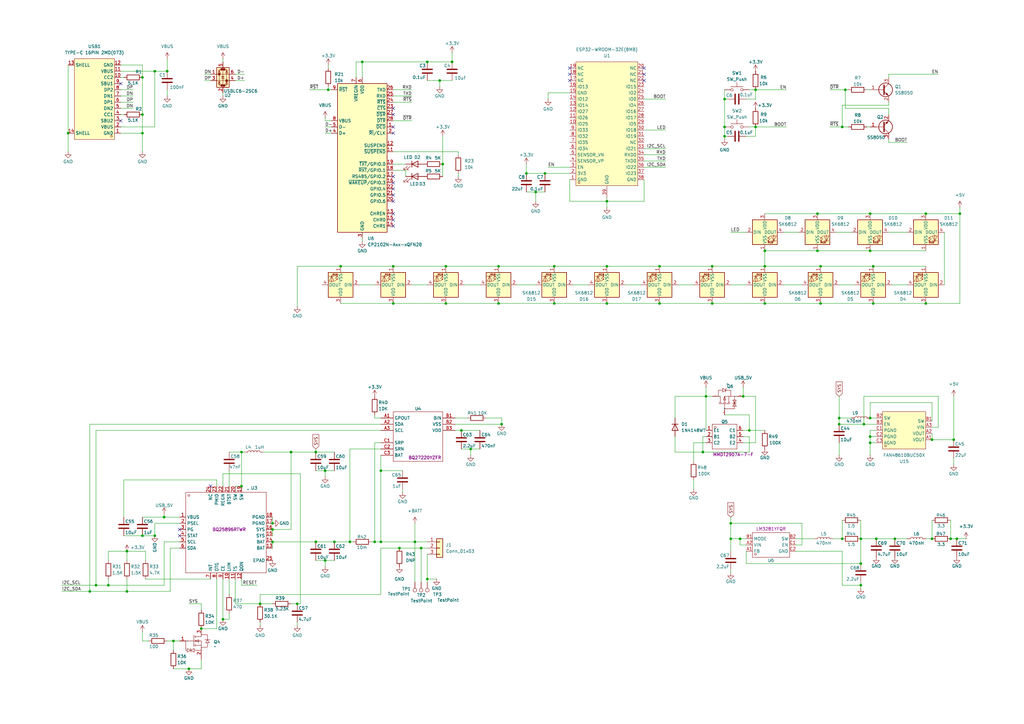
<source format=kicad_sch>
(kicad_sch (version 20250114) (generator "eeschema") (generator_version "9.0")
  (paper "A3")
  (junction (at 356.87 102.87))
  (junction (at 215.9 71.12))
  (junction (at 153.67 222.25))
  (junction (at 77.47 274.32))
  (junction (at 313.69 102.87))
  (junction (at 175.26 25.4))
  (junction (at 27.94 54.61))
  (junction (at 297.18 40.64))
  (junction (at 44.45 240.03))
  (junction (at 356.87 181.61))
  (junction (at 121.92 247.65))
  (junction (at 299.72 214.63))
  (junction (at 299.72 220.98))
  (junction (at 227.33 109.22))
  (junction (at 219.71 78.74))
  (junction (at 129.54 222.25))
  (junction (at 336.55 124.46))
  (junction (at 393.7 87.63))
  (junction (at 52.07 242.57))
  (junction (at 82.55 257.81))
  (junction (at 336.55 109.22))
  (junction (at 392.43 220.98))
  (junction (at 58.42 54.61))
  (junction (at 379.73 87.63))
  (junction (at 223.52 71.12))
  (junction (at 106.68 247.65))
  (junction (at 133.35 193.04))
  (junction (at 382.27 220.98))
  (junction (at 304.8 162.56))
  (junction (at 345.44 220.98))
  (junction (at 137.16 222.25))
  (junction (at 335.28 87.63))
  (junction (at 39.37 240.03))
  (junction (at 175.26 237.49))
  (junction (at 309.88 36.83))
  (junction (at 36.83 242.57))
  (junction (at 170.18 222.25))
  (junction (at 161.29 109.22))
  (junction (at 133.35 229.87))
  (junction (at 382.27 180.34))
  (junction (at 148.59 25.4))
  (junction (at 353.06 231.14))
  (junction (at 248.92 82.55))
  (junction (at 358.14 109.22))
  (junction (at 204.47 109.22))
  (junction (at 307.34 176.53))
  (junction (at 303.53 220.98))
  (junction (at 180.34 33.02))
  (junction (at 367.03 220.98))
  (junction (at 58.42 219.71))
  (junction (at 161.29 124.46))
  (junction (at 58.42 46.99))
  (junction (at 182.88 124.46))
  (junction (at 345.44 52.07))
  (junction (at 172.72 224.79))
  (junction (at 111.76 217.17))
  (junction (at 356.87 179.07))
  (junction (at 111.76 214.63))
  (junction (at 353.06 240.03))
  (junction (at 156.21 193.04))
  (junction (at 52.07 226.06))
  (junction (at 189.23 176.53))
  (junction (at 292.1 124.46))
  (junction (at 359.41 220.98))
  (junction (at 71.12 262.89))
  (junction (at 354.33 173.99))
  (junction (at 309.88 52.07))
  (junction (at 182.88 109.22))
  (junction (at 134.62 36.83))
  (junction (at 248.92 109.22))
  (junction (at 270.51 109.22))
  (junction (at 297.18 55.88))
  (junction (at 99.06 185.42))
  (junction (at 288.29 185.42))
  (junction (at 358.14 124.46))
  (junction (at 379.73 124.46))
  (junction (at 185.42 25.4))
  (junction (at 205.74 173.99))
  (junction (at 129.54 185.42))
  (junction (at 91.44 254))
  (junction (at 204.47 124.46))
  (junction (at 227.33 124.46))
  (junction (at 248.92 124.46))
  (junction (at 335.28 102.87))
  (junction (at 356.87 171.45))
  (junction (at 119.38 185.42))
  (junction (at 297.18 52.07))
  (junction (at 389.89 220.98))
  (junction (at 143.51 222.25))
  (junction (at 391.16 180.34))
  (junction (at 344.17 173.99))
  (junction (at 63.5 29.21))
  (junction (at 111.76 222.25))
  (junction (at 99.06 199.39))
  (junction (at 356.87 87.63))
  (junction (at 163.83 224.79))
  (junction (at 313.69 124.46))
  (junction (at 346.71 36.83))
  (junction (at 181.61 67.31))
  (junction (at 193.04 184.15))
  (junction (at 292.1 109.22))
  (junction (at 156.21 222.25))
  (junction (at 353.06 220.98))
  (junction (at 68.58 29.21))
  (junction (at 313.69 109.22))
  (junction (at 289.56 162.56))
  (junction (at 67.31 212.09))
  (junction (at 63.5 219.71))
  (junction (at 344.17 171.45))
  (junction (at 270.51 124.46))
  (junction (at 139.7 109.22))
  (junction (at 58.42 31.75))
  (no_connect (at 49.53 49.53))
  (no_connect (at 264.16 27.94))
  (no_connect (at 264.16 30.48))
  (no_connect (at 161.29 80.01))
  (no_connect (at 161.29 72.39))
  (no_connect (at 73.66 219.71))
  (no_connect (at 161.29 87.63))
  (no_connect (at 233.68 33.02))
  (no_connect (at 161.29 74.93))
  (no_connect (at 161.29 46.99))
  (no_connect (at 49.53 34.29))
  (no_connect (at 161.29 77.47))
  (no_connect (at 86.36 199.39))
  (no_connect (at 161.29 44.45))
  (no_connect (at 233.68 27.94))
  (no_connect (at 233.68 30.48))
  (no_connect (at 73.66 217.17))
  (no_connect (at 161.29 82.55))
  (no_connect (at 161.29 52.07))
  (no_connect (at 161.29 54.61))
  (no_connect (at 161.29 90.17))
  (no_connect (at 264.16 33.02))
  (no_connect (at 161.29 92.71))
  (wire (pts (xy 163.83 224.79) (xy 172.72 224.79)))
  (wire (pts (xy 196.85 184.15) (xy 193.04 184.15)))
  (wire (pts (xy 129.54 184.15) (xy 129.54 185.42)))
  (wire (pts (xy 344.17 116.84) (xy 350.52 116.84)))
  (wire (pts (xy 96.52 199.39) (xy 99.06 199.39)))
  (wire (pts (xy 190.5 116.84) (xy 196.85 116.84)))
  (wire (pts (xy 156.21 186.69) (xy 156.21 193.04)))
  (wire (pts (xy 321.31 95.25) (xy 327.66 95.25)))
  (wire (pts (xy 99.06 240.03) (xy 105.41 240.03)))
  (wire (pts (xy 248.92 81.28) (xy 248.92 82.55)))
  (wire (pts (xy 355.6 36.83) (xy 356.87 36.83)))
  (wire (pts (xy 356.87 181.61) (xy 356.87 186.69)))
  (wire (pts (xy 299.72 214.63) (xy 299.72 220.98)))
  (wire (pts (xy 146.05 25.4) (xy 146.05 31.75)))
  (wire (pts (xy 364.49 95.25) (xy 372.11 95.25)))
  (wire (pts (xy 83.82 30.48) (xy 86.36 30.48)))
  (wire (pts (xy 93.98 237.49) (xy 93.98 243.84)))
  (wire (pts (xy 336.55 124.46) (xy 313.69 124.46)))
  (wire (pts (xy 224.79 68.58) (xy 233.68 68.58)))
  (wire (pts (xy 91.44 237.49) (xy 91.44 254)))
  (wire (pts (xy 264.16 63.5) (xy 273.05 63.5)))
  (wire (pts (xy 307.34 176.53) (xy 313.69 176.53)))
  (wire (pts (xy 119.38 217.17) (xy 119.38 185.42)))
  (wire (pts (xy 133.35 193.04) (xy 133.35 195.58)))
  (wire (pts (xy 353.06 240.03) (xy 353.06 241.3)))
  (wire (pts (xy 82.55 274.32) (xy 77.47 274.32)))
  (wire (pts (xy 284.48 181.61) (xy 284.48 189.23)))
  (wire (pts (xy 59.69 226.06) (xy 52.07 226.06)))
  (wire (pts (xy 392.43 220.98) (xy 396.24 220.98)))
  (wire (pts (xy 129.54 185.42) (xy 137.16 185.42)))
  (wire (pts (xy 106.68 243.84) (xy 156.21 243.84)))
  (wire (pts (xy 111.76 247.65) (xy 106.68 247.65)))
  (wire (pts (xy 379.73 109.22) (xy 358.14 109.22)))
  (wire (pts (xy 133.35 48.26) (xy 133.35 49.53)))
  (wire (pts (xy 292.1 162.56) (xy 289.56 162.56)))
  (wire (pts (xy 364.49 31.75) (xy 364.49 30.48)))
  (wire (pts (xy 88.9 196.85) (xy 50.8 196.85)))
  (wire (pts (xy 52.07 237.49) (xy 52.07 242.57)))
  (wire (pts (xy 353.06 213.36) (xy 353.06 220.98)))
  (wire (pts (xy 304.8 176.53) (xy 307.34 176.53)))
  (wire (pts (xy 182.88 124.46) (xy 204.47 124.46)))
  (wire (pts (xy 133.35 52.07) (xy 135.89 52.07)))
  (wire (pts (xy 356.87 171.45) (xy 359.41 171.45)))
  (wire (pts (xy 52.07 226.06) (xy 52.07 229.87)))
  (wire (pts (xy 175.26 227.33) (xy 175.26 237.49)))
  (wire (pts (xy 156.21 243.84) (xy 156.21 224.79)))
  (wire (pts (xy 148.59 25.4) (xy 175.26 25.4)))
  (wire (pts (xy 137.16 229.87) (xy 133.35 229.87)))
  (wire (pts (xy 88.9 237.49) (xy 88.9 257.81)))
  (wire (pts (xy 187.96 72.39) (xy 187.96 71.12)))
  (wire (pts (xy 175.26 237.49) (xy 179.07 237.49)))
  (wire (pts (xy 341.63 220.98) (xy 345.44 220.98)))
  (wire (pts (xy 364.49 46.99) (xy 364.49 44.45)))
  (wire (pts (xy 49.53 31.75) (xy 50.8 31.75)))
  (wire (pts (xy 389.89 220.98) (xy 392.43 220.98)))
  (wire (pts (xy 67.31 212.09) (xy 73.66 212.09)))
  (wire (pts (xy 313.69 87.63) (xy 335.28 87.63)))
  (wire (pts (xy 123.19 247.65) (xy 121.92 247.65)))
  (wire (pts (xy 182.88 109.22) (xy 204.47 109.22)))
  (wire (pts (xy 68.58 262.89) (xy 71.12 262.89)))
  (wire (pts (xy 364.49 58.42) (xy 372.11 58.42)))
  (wire (pts (xy 306.07 231.14) (xy 353.06 231.14)))
  (wire (pts (xy 58.42 31.75) (xy 58.42 46.99)))
  (wire (pts (xy 284.48 200.66) (xy 284.48 196.85)))
  (wire (pts (xy 354.33 173.99) (xy 354.33 162.56)))
  (wire (pts (xy 223.52 78.74) (xy 219.71 78.74)))
  (wire (pts (xy 39.37 176.53) (xy 156.21 176.53)))
  (wire (pts (xy 91.44 39.37) (xy 91.44 38.1)))
  (wire (pts (xy 297.18 40.64) (xy 297.18 52.07)))
  (wire (pts (xy 344.17 186.69) (xy 344.17 181.61)))
  (wire (pts (xy 170.18 222.25) (xy 170.18 238.76)))
  (wire (pts (xy 276.86 162.56) (xy 276.86 171.45)))
  (wire (pts (xy 111.76 222.25) (xy 111.76 224.79)))
  (wire (pts (xy 156.21 181.61) (xy 153.67 181.61)))
  (wire (pts (xy 100.33 33.02) (xy 96.52 33.02)))
  (wire (pts (xy 49.53 46.99) (xy 50.8 46.99)))
  (wire (pts (xy 356.87 179.07) (xy 359.41 179.07)))
  (wire (pts (xy 168.91 116.84) (xy 175.26 116.84)))
  (wire (pts (xy 233.68 82.55) (xy 248.92 82.55)))
  (wire (pts (xy 71.12 262.89) (xy 71.12 266.7)))
  (wire (pts (xy 382.27 177.8) (xy 382.27 180.34)))
  (wire (pts (xy 134.62 35.56) (xy 134.62 36.83)))
  (wire (pts (xy 309.88 162.56) (xy 304.8 162.56)))
  (wire (pts (xy 129.54 222.25) (xy 137.16 222.25)))
  (wire (pts (xy 349.25 171.45) (xy 344.17 171.45)))
  (wire (pts (xy 326.39 226.06) (xy 345.44 226.06)))
  (wire (pts (xy 212.09 116.84) (xy 219.71 116.84)))
  (wire (pts (xy 36.83 173.99) (xy 156.21 173.99)))
  (wire (pts (xy 181.61 67.31) (xy 181.61 72.39)))
  (wire (pts (xy 73.66 224.79) (xy 69.85 224.79)))
  (wire (pts (xy 215.9 71.12) (xy 223.52 71.12)))
  (wire (pts (xy 147.32 116.84) (xy 153.67 116.84)))
  (wire (pts (xy 264.16 60.96) (xy 273.05 60.96)))
  (wire (pts (xy 309.88 52.07) (xy 322.58 52.07)))
  (wire (pts (xy 304.8 181.61) (xy 309.88 181.61)))
  (wire (pts (xy 137.16 222.25) (xy 143.51 222.25)))
  (wire (pts (xy 288.29 179.07) (xy 288.29 185.42)))
  (wire (pts (xy 270.51 109.22) (xy 292.1 109.22)))
  (wire (pts (xy 223.52 71.12) (xy 233.68 71.12)))
  (wire (pts (xy 335.28 87.63) (xy 356.87 87.63)))
  (wire (pts (xy 224.79 38.1) (xy 224.79 40.64)))
  (wire (pts (xy 264.16 82.55) (xy 248.92 82.55)))
  (wire (pts (xy 181.61 55.88) (xy 181.61 67.31)))
  (wire (pts (xy 49.53 54.61) (xy 58.42 54.61)))
  (wire (pts (xy 358.14 124.46) (xy 336.55 124.46)))
  (wire (pts (xy 156.21 222.25) (xy 170.18 222.25)))
  (wire (pts (xy 297.18 55.88) (xy 298.45 55.88)))
  (wire (pts (xy 49.53 26.67) (xy 58.42 26.67)))
  (wire (pts (xy 161.29 49.53) (xy 168.91 49.53)))
  (wire (pts (xy 387.35 95.25) (xy 387.35 116.84)))
  (wire (pts (xy 288.29 185.42) (xy 307.34 185.42)))
  (wire (pts (xy 391.16 190.5) (xy 391.16 187.96)))
  (wire (pts (xy 153.67 222.25) (xy 156.21 222.25)))
  (wire (pts (xy 297.18 55.88) (xy 297.18 57.15)))
  (wire (pts (xy 379.73 87.63) (xy 393.7 87.63)))
  (wire (pts (xy 88.9 199.39) (xy 88.9 196.85)))
  (wire (pts (xy 133.35 49.53) (xy 135.89 49.53)))
  (wire (pts (xy 303.53 223.52) (xy 306.07 223.52)))
  (wire (pts (xy 309.88 181.61) (xy 309.88 162.56)))
  (wire (pts (xy 82.55 270.51) (xy 82.55 274.32)))
  (wire (pts (xy 299.72 95.25) (xy 306.07 95.25)))
  (wire (pts (xy 364.49 41.91) (xy 364.49 43.18)))
  (wire (pts (xy 356.87 87.63) (xy 379.73 87.63)))
  (wire (pts (xy 68.58 36.83) (xy 68.58 39.37)))
  (wire (pts (xy 292.1 124.46) (xy 313.69 124.46)))
  (wire (pts (xy 328.93 214.63) (xy 299.72 214.63)))
  (wire (pts (xy 289.56 162.56) (xy 276.86 162.56)))
  (wire (pts (xy 44.45 229.87) (xy 44.45 226.06)))
  (wire (pts (xy 248.92 124.46) (xy 227.33 124.46)))
  (wire (pts (xy 100.33 30.48) (xy 96.52 30.48)))
  (wire (pts (xy 63.5 214.63) (xy 63.5 219.71)))
  (wire (pts (xy 353.06 240.03) (xy 345.44 240.03)))
  (wire (pts (xy 71.12 262.89) (xy 73.66 262.89)))
  (wire (pts (xy 134.62 36.83) (xy 135.89 36.83)))
  (wire (pts (xy 345.44 226.06) (xy 345.44 240.03)))
  (wire (pts (xy 69.85 224.79) (xy 69.85 242.57)))
  (wire (pts (xy 382.27 165.1) (xy 356.87 165.1)))
  (wire (pts (xy 346.71 44.45) (xy 346.71 36.83)))
  (wire (pts (xy 73.66 214.63) (xy 63.5 214.63)))
  (wire (pts (xy 27.94 54.61) (xy 27.94 62.23)))
  (wire (pts (xy 133.35 229.87) (xy 133.35 232.41)))
  (wire (pts (xy 306.07 40.64) (xy 309.88 40.64)))
  (wire (pts (xy 39.37 240.03) (xy 44.45 240.03)))
  (wire (pts (xy 340.36 36.83) (xy 346.71 36.83)))
  (wire (pts (xy 256.54 116.84) (xy 262.89 116.84)))
  (wire (pts (xy 156.21 171.45) (xy 153.67 171.45)))
  (wire (pts (xy 185.42 21.59) (xy 185.42 25.4)))
  (wire (pts (xy 393.7 85.09) (xy 393.7 87.63)))
  (wire (pts (xy 356.87 165.1) (xy 356.87 171.45)))
  (wire (pts (xy 111.76 222.25) (xy 129.54 222.25)))
  (wire (pts (xy 276.86 185.42) (xy 288.29 185.42)))
  (wire (pts (xy 172.72 224.79) (xy 172.72 238.76)))
  (wire (pts (xy 304.8 179.07) (xy 307.34 179.07)))
  (wire (pts (xy 119.38 185.42) (xy 129.54 185.42)))
  (wire (pts (xy 364.49 44.45) (xy 346.71 44.45)))
  (wire (pts (xy 273.05 68.58) (xy 264.16 68.58)))
  (wire (pts (xy 364.49 58.42) (xy 364.49 57.15)))
  (wire (pts (xy 161.29 62.23) (xy 187.96 62.23)))
  (wire (pts (xy 359.41 176.53) (xy 356.87 176.53)))
  (wire (pts (xy 161.29 109.22) (xy 182.88 109.22)))
  (wire (pts (xy 175.26 25.4) (xy 185.42 25.4)))
  (wire (pts (xy 344.17 162.56) (xy 344.17 171.45)))
  (wire (pts (xy 326.39 223.52) (xy 328.93 223.52)))
  (wire (pts (xy 58.42 219.71) (xy 63.5 219.71)))
  (wire (pts (xy 328.93 223.52) (xy 328.93 214.63)))
  (wire (pts (xy 307.34 52.07) (xy 309.88 52.07)))
  (wire (pts (xy 344.17 171.45) (xy 344.17 173.99)))
  (wire (pts (xy 309.88 36.83) (xy 322.58 36.83)))
  (wire (pts (xy 336.55 109.22) (xy 313.69 109.22)))
  (wire (pts (xy 25.4 242.57) (xy 36.83 242.57)))
  (wire (pts (xy 354.33 162.56) (xy 384.81 162.56)))
  (wire (pts (xy 364.49 43.18) (xy 345.44 43.18)))
  (wire (pts (xy 353.06 240.03) (xy 353.06 238.76)))
  (wire (pts (xy 93.98 254) (xy 93.98 251.46)))
  (wire (pts (xy 358.14 109.22) (xy 336.55 109.22)))
  (wire (pts (xy 278.13 116.84) (xy 284.48 116.84)))
  (wire (pts (xy 58.42 26.67) (xy 58.42 31.75)))
  (wire (pts (xy 165.1 200.66) (xy 165.1 201.93)))
  (wire (pts (xy 264.16 73.66) (xy 264.16 82.55)))
  (wire (pts (xy 393.7 124.46) (xy 379.73 124.46)))
  (wire (pts (xy 166.37 69.85) (xy 166.37 72.39)))
  (wire (pts (xy 121.92 109.22) (xy 121.92 125.73)))
  (wire (pts (xy 185.42 33.02) (xy 180.34 33.02)))
  (wire (pts (xy 49.53 41.91) (xy 54.61 41.91)))
  (wire (pts (xy 297.18 36.83) (xy 297.18 40.64)))
  (wire (pts (xy 264.16 53.34) (xy 273.05 53.34)))
  (wire (pts (xy 49.53 44.45) (xy 54.61 44.45)))
  (wire (pts (xy 233.68 73.66) (xy 233.68 82.55)))
  (wire (pts (xy 193.04 184.15) (xy 193.04 186.69)))
  (wire (pts (xy 49.53 39.37) (xy 54.61 39.37)))
  (wire (pts (xy 58.42 212.09) (xy 67.31 212.09)))
  (wire (pts (xy 58.42 54.61) (xy 58.42 62.23)))
  (wire (pts (xy 67.31 240.03) (xy 67.31 222.25)))
  (wire (pts (xy 133.35 54.61) (xy 135.89 54.61)))
  (wire (pts (xy 44.45 237.49) (xy 44.45 240.03)))
  (wire (pts (xy 161.29 67.31) (xy 166.37 67.31)))
  (wire (pts (xy 88.9 257.81) (xy 82.55 257.81)))
  (wire (pts (xy 161.29 39.37) (xy 168.91 39.37)))
  (wire (pts (xy 121.92 247.65) (xy 119.38 247.65)))
  (wire (pts (xy 58.42 46.99) (xy 58.42 54.61)))
  (wire (pts (xy 344.17 173.99) (xy 354.33 173.99)))
  (wire (pts (xy 143.51 184.15) (xy 143.51 222.25)))
  (wire (pts (xy 106.68 247.65) (xy 106.68 243.84)))
  (wire (pts (xy 123.19 194.31) (xy 123.19 247.65)))
  (wire (pts (xy 353.06 220.98) (xy 359.41 220.98)))
  (wire (pts (xy 345.44 213.36) (xy 345.44 220.98)))
  (wire (pts (xy 134.62 26.67) (xy 134.62 27.94)))
  (wire (pts (xy 356.87 179.07) (xy 356.87 181.61)))
  (wire (pts (xy 186.69 171.45) (xy 191.77 171.45)))
  (wire (pts (xy 321.31 116.84) (xy 328.93 116.84)))
  (wire (pts (xy 189.23 184.15) (xy 193.04 184.15)))
  (wire (pts (xy 93.98 185.42) (xy 99.06 185.42)))
  (wire (pts (xy 111.76 212.09) (xy 111.76 214.63)))
  (wire (pts (xy 27.94 26.67) (xy 27.94 54.61)))
  (wire (pts (xy 49.53 36.83) (xy 54.61 36.83)))
  (wire (pts (xy 156.21 193.04) (xy 156.21 222.25)))
  (wire (pts (xy 137.16 193.04) (xy 133.35 193.04)))
  (wire (pts (xy 205.74 171.45) (xy 205.74 173.99)))
  (wire (pts (xy 299.72 116.84) (xy 306.07 116.84)))
  (wire (pts (xy 345.44 52.07) (xy 347.98 52.07)))
  (wire (pts (xy 306.07 55.88) (xy 309.88 55.88)))
  (wire (pts (xy 91.44 199.39) (xy 91.44 194.31)))
  (wire (pts (xy 356.87 176.53) (xy 356.87 179.07)))
  (wire (pts (xy 389.89 213.36) (xy 389.89 220.98)))
  (wire (pts (xy 289.56 179.07) (xy 288.29 179.07)))
  (wire (pts (xy 270.51 124.46) (xy 248.92 124.46)))
  (wire (pts (xy 248.92 82.55) (xy 248.92 85.09)))
  (wire (pts (xy 44.45 226.06) (xy 52.07 226.06)))
  (wire (pts (xy 121.92 256.54) (xy 121.92 255.27)))
  (wire (pts (xy 99.06 240.03) (xy 99.06 237.49)))
  (wire (pts (xy 146.05 25.4) (xy 148.59 25.4)))
  (wire (pts (xy 152.4 222.25) (xy 153.67 222.25)))
  (wire (pts (xy 234.95 116.84) (xy 241.3 116.84)))
  (wire (pts (xy 379.73 220.98) (xy 382.27 220.98)))
  (wire (pts (xy 111.76 217.17) (xy 111.76 219.71)))
  (wire (pts (xy 25.4 240.03) (xy 39.37 240.03)))
  (wire (pts (xy 303.53 220.98) (xy 306.07 220.98)))
  (wire (pts (xy 215.9 78.74) (xy 219.71 78.74)))
  (wire (pts (xy 270.51 124.46) (xy 292.1 124.46)))
  (wire (pts (xy 63.5 29.21) (xy 68.58 29.21)))
  (wire (pts (xy 93.98 254) (xy 91.44 254)))
  (wire (pts (xy 297.18 170.18) (xy 307.34 170.18)))
  (wire (pts (xy 359.41 220.98) (xy 367.03 220.98)))
  (wire (pts (xy 299.72 234.95) (xy 299.72 233.68)))
  (wire (pts (xy 58.42 259.08) (xy 58.42 262.89)))
  (wire (pts (xy 276.86 179.07) (xy 276.86 185.42)))
  (wire (pts (xy 59.69 237.49) (xy 86.36 237.49)))
  (wire (pts (xy 49.53 29.21) (xy 63.5 29.21)))
  (wire (pts (xy 307.34 36.83) (xy 309.88 36.83)))
  (wire (pts (xy 307.34 170.18) (xy 307.34 176.53)))
  (wire (pts (xy 365.76 116.84) (xy 372.11 116.84)))
  (wire (pts (xy 161.29 124.46) (xy 182.88 124.46)))
  (wire (pts (xy 289.56 181.61) (xy 284.48 181.61)))
  (wire (pts (xy 106.68 256.54) (xy 106.68 255.27)))
  (wire (pts (xy 306.07 226.06) (xy 306.07 231.14)))
  (wire (pts (xy 384.81 162.56) (xy 384.81 175.26)))
  (wire (pts (xy 77.47 247.65) (xy 82.55 247.65)))
  (wire (pts (xy 148.59 99.06) (xy 148.59 97.79)))
  (wire (pts (xy 100.33 185.42) (xy 99.06 185.42)))
  (wire (pts (xy 161.29 36.83) (xy 168.91 36.83)))
  (wire (pts (xy 96.52 247.65) (xy 106.68 247.65)))
  (wire (pts (xy 382.27 213.36) (xy 382.27 220.98)))
  (wire (pts (xy 359.41 173.99) (xy 354.33 173.99)))
  (wire (pts (xy 303.53 223.52) (xy 303.53 220.98)))
  (wire (pts (xy 153.67 181.61) (xy 153.67 222.25)))
  (wire (pts (xy 67.31 210.82) (xy 67.31 212.09)))
  (wire (pts (xy 199.39 171.45) (xy 205.74 171.45)))
  (wire (pts (xy 36.83 242.57) (xy 52.07 242.57)))
  (wire (pts (xy 68.58 24.13) (xy 68.58 29.21)))
  (wire (pts (xy 367.03 220.98) (xy 372.11 220.98)))
  (wire (pts (xy 156.21 193.04) (xy 165.1 193.04)))
  (wire (pts (xy 382.27 172.72) (xy 382.27 165.1)))
  (wire (pts (xy 382.27 180.34) (xy 391.16 180.34)))
  (wire (pts (xy 93.98 193.04) (xy 93.98 199.39)))
  (wire (pts (xy 156.21 184.15) (xy 143.51 184.15)))
  (wire (pts (xy 91.44 24.13) (xy 91.44 25.4)))
  (wire (pts (xy 50.8 196.85) (xy 50.8 212.09)))
  (wire (pts (xy 364.49 30.48) (xy 384.81 30.48)))
  (wire (pts (xy 304.8 158.75) (xy 304.8 162.56)))
  (wire (pts (xy 227.33 109.22) (xy 204.47 109.22)))
  (wire (pts (xy 264.16 40.64) (xy 273.05 40.64)))
  (wire (pts (xy 356.87 181.61) (xy 359.41 181.61)))
  (wire (pts (xy 91.44 194.31) (xy 123.19 194.31)))
  (wire (pts (xy 144.78 222.25) (xy 143.51 222.25)))
  (wire (pts (xy 82.55 247.65) (xy 82.55 250.19)))
  (wire (pts (xy 379.73 102.87) (xy 356.87 102.87)))
  (wire (pts (xy 67.31 222.25) (xy 73.66 222.25)))
  (wire (pts (xy 270.51 109.22) (xy 248.92 109.22)))
  (wire (pts (xy 63.5 29.21) (xy 63.5 52.07)))
  (wire (pts (xy 384.81 175.26) (xy 382.27 175.26)))
  (wire (pts (xy 161.29 69.85) (xy 166.37 69.85)))
  (wire (pts (xy 227.33 124.46) (xy 204.47 124.46)))
  (wire (pts (xy 340.36 52.07) (xy 345.44 52.07)))
  (wire (pts (xy 148.59 25.4) (xy 148.59 31.75)))
  (wire (pts (xy 49.53 52.07) (xy 63.5 52.07)))
  (wire (pts (xy 127 36.83) (xy 134.62 36.83)))
  (wire (pts (xy 99.06 185.42) (xy 99.06 199.39)))
  (wire (pts (xy 326.39 220.98) (xy 334.01 220.98)))
  (wire (pts (xy 170.18 222.25) (xy 175.26 222.25)))
  (wire (pts (xy 299.72 212.09) (xy 299.72 214.63)))
  (wire (pts (xy 153.67 171.45) (xy 153.67 170.18)))
  (wire (pts (xy 219.71 78.74) (xy 219.71 82.55)))
  (wire (pts (xy 189.23 176.53) (xy 196.85 176.53)))
  (wire (pts (xy 59.69 229.87) (xy 59.69 226.06)))
  (wire (pts (xy 313.69 102.87) (xy 313.69 109.22)))
  (wire (pts (xy 297.18 40.64) (xy 298.45 40.64)))
  (wire (pts (xy 139.7 124.46) (xy 161.29 124.46)))
  (wire (pts (xy 156.21 224.79) (xy 163.83 224.79)))
  (wire (pts (xy 345.44 43.18) (xy 345.44 52.07)))
  (wire (pts (xy 129.54 229.87) (xy 133.35 229.87)))
  (wire (pts (xy 39.37 176.53) (xy 39.37 240.03)))
  (wire (pts (xy 289.56 158.75) (xy 289.56 162.56)))
  (wire (pts (xy 139.7 109.22) (xy 161.29 109.22)))
  (wire (pts (xy 353.06 220.98) (xy 353.06 231.14)))
  (wire (pts (xy 60.96 262.89) (xy 58.42 262.89)))
  (wire (pts (xy 83.82 33.02) (xy 86.36 33.02)))
  (wire (pts (xy 248.92 109.22) (xy 227.33 109.22)))
  (wire (pts (xy 71.12 274.32) (xy 77.47 274.32)))
  (wire (pts (xy 175.26 33.02) (xy 180.34 33.02)))
  (wire (pts (xy 393.7 87.63) (xy 393.7 124.46)))
  (wire (pts (xy 342.9 95.25) (xy 349.25 95.25)))
  (wire (pts (xy 264.16 66.04) (xy 273.05 66.04)))
  (wire (pts (xy 346.71 36.83) (xy 347.98 36.83)))
  (wire (pts (xy 50.8 219.71) (xy 58.42 219.71)))
  (wire (pts (xy 129.54 193.04) (xy 133.35 193.04)))
  (wire (pts (xy 335.28 102.87) (xy 313.69 102.87)))
  (wire (pts (xy 292.1 109.22) (xy 313.69 109.22)))
  (wire (pts (xy 233.68 38.1) (xy 224.79 38.1)))
  (wire (pts (xy 289.56 162.56) (xy 289.56 176.53)))
  (wire (pts (xy 186.69 176.53) (xy 189.23 176.53)))
  (wire (pts (xy 299.72 220.98) (xy 299.72 226.06)))
  (wire (pts (xy 111.76 217.17) (xy 119.38 217.17)))
  (wire (pts (xy 139.7 109.22) (xy 121.92 109.22)))
  (wire (pts (xy 186.69 173.99) (xy 205.74 173.99)))
  (wire (pts (xy 307.34 179.07) (xy 307.34 185.42)))
  (wire (pts (xy 297.18 52.07) (xy 297.18 55.88)))
  (wire (pts (xy 119.38 185.42) (xy 107.95 185.42)))
  (wire (pts (xy 52.07 242.57) (xy 69.85 242.57)))
  (wire (pts (xy 215.9 67.31) (xy 215.9 71.12)))
  (wire (pts (xy 379.73 124.46) (xy 358.14 124.46)))
  (wire (pts (xy 180.34 33.02) (xy 180.34 35.56)))
  (wire (pts (xy 355.6 52.07) (xy 356.87 52.07)))
  (wire (pts (xy 299.72 220.98) (xy 303.53 220.98)))
  (wire (pts (xy 391.16 162.56) (xy 391.16 180.34)))
  (wire (pts (xy 96.52 237.49) (xy 96.52 247.65)))
  (wire (pts (xy 36.83 242.57) (xy 36.83 173.99)))
  (wire (pts (xy 356.87 102.87) (xy 335.28 102.87)))
  (wire (pts (xy 309.88 52.07) (xy 309.88 55.88)))
  (wire (pts (xy 161.29 41.91) (xy 168.91 41.91)))
  (wire (pts (xy 172.72 224.79) (xy 175.26 224.79)))
  (wire (pts (xy 175.26 237.49) (xy 175.26 238.76)))
  (wire (pts (xy 309.88 36.83) (xy 309.88 40.64)))
  (wire (pts (xy 170.18 214.63) (xy 170.18 222.25)))
  (wire (pts (xy 187.96 62.23) (xy 187.96 63.5)))
  (wire (pts (xy 44.45 240.03) (xy 67.31 240.03)))
  (label "I2C_SDA" (at 273.05 68.58 180))
  (label "~{RTS}" (at 168.91 41.91 180))
  (label "EN" (at 224.79 68.58 0))
  (label "EN" (at 384.81 30.48 180))
  (label "~{DTR}" (at 168.91 49.53 180))
  (label "DN" (at 83.82 30.48 0))
  (label "LED" (at 299.72 95.25 0))
  (label "RXD" (at 168.91 36.83 180))
  (label "DN" (at 54.61 44.45 180))
  (label "~{RTS}" (at 340.36 52.07 0))
  (label "I2C_SCL" (at 25.4 240.03 0))
  (label "LED" (at 273.05 53.34 180))
  (label "TXD" (at 273.05 66.04 180))
  (label "DN" (at 54.61 39.37 180))
  (label "DP" (at 54.61 36.83 180))
  (label "SYS" (at 77.47 247.65 0))
  (label "DP" (at 54.61 41.91 180))
  (label "D-" (at 100.33 30.48 180))
  (label "BOOT" (at 322.58 52.07 180))
  (label "I2C_SDA" (at 25.4 242.57 0))
  (label "I2C_SCL" (at 273.05 60.96 180))
  (label "TXD" (at 168.91 39.37 180))
  (label "RESET" (at 105.41 240.03 180))
  (label "DP" (at 83.82 33.02 0))
  (label "D-" (at 133.35 52.07 0))
  (label "D+" (at 133.35 54.61 0))
  (label "RXD" (at 273.05 63.5 180))
  (label "EN" (at 322.58 36.83 180))
  (label "~{RST}" (at 127 36.83 0))
  (label "BOOT" (at 372.11 58.42 180))
  (label "BOOT" (at 273.05 40.64 180))
  (label "~{DTR}" (at 340.36 36.83 0))
  (label "D+" (at 100.33 33.02 180))
  (global_label "SYS" (shape input) (at 129.54 184.15 90) (property "Intersheetrefs" "${INTERSHEET_REFS}" (effects (hide yes))))
  (global_label "SYS" (shape input) (at 344.17 162.56 90) (property "Intersheetrefs" "${INTERSHEET_REFS}" (effects (hide yes))))
  (global_label "SYS" (shape input) (at 299.72 212.09 90) (property "Intersheetrefs" "${INTERSHEET_REFS}" (effects (hide yes))))
  (symbol (lib_id "power:GND") (at 299.72 234.95 0) (unit 1)
    (property "Reference" "#PWR099" (effects (hide yes)))
    (property "Value" "GND" (at 299.72 238.506 0))
    (property "Description" "Power symbol creates a global label with name \"GND\" , ground" (effects (hide yes)))
  )
  (symbol (lib_id "power:GND") (at 180.34 35.56 0) (unit 1)
    (property "Reference" "#PWR09" (effects (hide yes)))
    (property "Value" "GND" (at 180.34 39.37 0))
    (property "Description" "Power symbol creates a global label with name \"GND\" , ground" (effects (hide yes)))
  )
  (symbol (lib_id "power:GND") (at 284.48 200.66 0) (unit 1)
    (property "Reference" "#PWR0107" (effects (hide yes)))
    (property "Value" "GND" (at 284.48 204.216 0))
    (property "Description" "Power symbol creates a global label with name \"GND\" , ground" (effects (hide yes)))
  )
  (symbol (lib_id "power:+3.3V") (at 215.9 67.31 0) (unit 1)
    (property "Reference" "#PWR013" (effects (hide yes)))
    (property "Value" "+3.3V" (at 215.9 63.5 0))
    (property "Description" "Power symbol creates a global label with name \"+3.3V\"" (effects (hide yes)))
  )
  (symbol (lib_id "power:+5V") (at 67.31 210.82 0) (unit 1)
    (property "Reference" "#PWR070" (effects (hide yes)))
    (property "Value" "USB_5V" (at 67.31 207.264 0))
    (property "Description" "Power symbol creates a global label with name \"+5V\"" (effects (hide yes)))
  )
  (symbol (lib_id "power:GND") (at 359.41 228.6 0) (unit 1)
    (property "Reference" "#PWR0101" (effects (hide yes)))
    (property "Value" "GND" (at 359.41 232.156 0))
    (property "Description" "Power symbol creates a global label with name \"GND\" , ground" (effects (hide yes)))
  )
  (symbol (lib_id "power:GND") (at 121.92 256.54 0) (unit 1)
    (property "Reference" "#PWR078" (effects (hide yes)))
    (property "Value" "GND" (at 121.92 260.604 0))
    (property "Description" "Power symbol creates a global label with name \"GND\" , ground" (effects (hide yes)))
  )
  (symbol (lib_id "LM3281YFQR:LM3281YFQR") (at 316.23 223.52 0) (mirror x) (unit 1)
    (property "Reference" "U5" (at 316.23 229.87 0))
    (property "Value" "~" (at 316.23 229.87 0))
    (property "Footprint" "luma:DSBGA-6_L1.4-W1.1-R3-C2-P0.40-BL" (effects (hide yes)))
    (property "Datasheet" "https://www.ti.com/cn/lit/gpn/lm3281" (effects (hide yes)))
    (property "Description" "Function:Step-down type Output Type:Fixed Input Voltage:3V~5.5V Input Voltage:3V~5.5V Output Voltage:3.3V Output Voltage:3.3V Output Current:1.2A Switching Frequency:6MHz Switching Frequency:6MHz Operating Temperature:-30°C~+90°C Operating Temperature:-30°C~" (effects (hide yes)))
    (property "Manufacturer Part" "LM3281YFQR" (at 316.23 216.916 0))
    (property "Manufacturer" "TI(德州仪器)" (effects (hide yes)))
    (property "LCSC" "C2070970" (effects (hide yes)))
    (property "Supplier" "LCSC" (effects (hide yes)))
    (property "LCSC Part Name" "3.3V,1.2A,6MHz微型降压DC-DC转换器" (effects (hide yes)))
  )
  (symbol (lib_id "power:VBUS") (at 133.35 48.26 0) (unit 1)
    (property "Reference" "#PWR015" (effects (hide yes)))
    (property "Value" "VBUS" (at 133.35 43.18 0))
    (property "Description" "Power symbol creates a global label with name \"VBUS\"" (effects (hide yes)))
  )
  (symbol (lib_id "Diode:1N4148WT") (at 276.86 175.26 270) (unit 1)
    (property "Reference" "D1" (at 279.4 173.9899 90) (effects (justify left)))
    (property "Value" "1N4148WT" (at 279.4 176.5299 90) (effects (justify left)))
    (property "Footprint" "Diode_SMD:D_SOD-523" (effects (hide yes)))
    (property "Datasheet" "https://www.diodes.com/assets/Datasheets/ds30396.pdf" (effects (hide yes)))
    (property "Description" "75V 0.15A Fast switching Diode, SOD-523" (effects (hide yes)))
    (property "Sim.Device" "D" (effects (hide yes)))
    (property "Sim.Pins" "1=K 2=A" (effects (hide yes)))
  )
  (symbol (lib_id "LED:SK6812") (at 270.51 116.84 180) (unit 1)
    (property "Reference" "D17" (at 261.112 122.682 0))
    (property "Value" "SK6812" (at 261.112 120.142 0))
    (property "Footprint" "LED_SMD:LED_SK6812_PLCC4_5.0x5.0mm_P3.2mm" (effects (hide yes)))
    (property "Datasheet" "https://cdn-shop.adafruit.com/product-files/1138/SK6812+LED+datasheet+.pdf" (effects (hide yes)))
    (property "Description" "RGB LED with integrated controller" (effects (hide yes)))
  )
  (symbol (lib_id "Device:C") (at 302.26 55.88 90) (unit 1)
    (property "Reference" "C5" (at 300.482 54.356 90) (effects (justify left)))
    (property "Value" "0.1uF" (at 308.864 54.356 90) (effects (justify left)))
    (property "Footprint" "Capacitor_SMD:C_0402_1005Metric" (effects (hide yes)))
    (property "Description" "Unpolarized capacitor" (effects (hide yes)))
  )
  (symbol (lib_id "Device:R") (at 177.8 67.31 270) (unit 1)
    (property "Reference" "R4" (at 175.768 64.77 90))
    (property "Value" "5K" (at 179.578 64.77 90))
    (property "Footprint" "Resistor_SMD:R_0402_1005Metric" (effects (hide yes)))
    (property "Description" "Resistor" (effects (hide yes)))
    (property "MPN" "CRCW040210K0FKED" (effects (hide yes)))
  )
  (symbol (lib_id "Device:R") (at 309.88 48.26 0) (unit 1)
    (property "Reference" "R9" (at 313.182 46.99 0))
    (property "Value" "10k" (at 313.182 49.53 0))
    (property "Footprint" "Resistor_SMD:R_0402_1005Metric" (effects (hide yes)))
    (property "Description" "Resistor" (effects (hide yes)))
    (property "MPN" "CRCW040210K0FKED" (effects (hide yes)))
  )
  (symbol (lib_id "power:GND") (at 148.59 99.06 0) (unit 1)
    (property "Reference" "#PWR010" (effects (hide yes)))
    (property "Value" "GND" (at 148.59 102.87 0))
    (property "Description" "Power symbol creates a global label with name \"GND\" , ground" (effects (hide yes)))
  )
  (symbol (lib_id "Device:R") (at 284.48 193.04 0) (unit 1)
    (property "Reference" "R48" (at 286.004 191.77 0) (effects (justify left)))
    (property "Value" "100K" (at 286.258 194.31 0) (effects (justify left)))
    (property "Footprint" "Resistor_SMD:R_0402_1005Metric" (effects (hide yes)))
    (property "Description" "Resistor" (effects (hide yes)))
  )
  (symbol (lib_id "power:VBUS") (at 289.56 158.75 0) (unit 1)
    (property "Reference" "#PWR0106" (effects (hide yes)))
    (property "Value" "VBUS" (at 289.56 154.94 0))
    (property "Description" "Power symbol creates a global label with name \"VBUS\"" (effects (hide yes)))
  )
  (symbol (lib_id "power:+5V") (at 393.7 85.09 0) (unit 1)
    (property "Reference" "#PWR016" (effects (hide yes)))
    (property "Value" "+5V" (at 393.7 80.01 0))
    (property "Description" "Power symbol creates a global label with name \"+5V\"" (effects (hide yes)))
  )
  (symbol (lib_id "power:GND") (at 219.71 82.55 0) (unit 1)
    (property "Reference" "#PWR021" (effects (hide yes)))
    (property "Value" "GND" (at 219.71 86.614 0))
    (property "Description" "Power symbol creates a global label with name \"GND\" , ground" (effects (hide yes)))
  )
  (symbol (lib_id "Switch:SW_Push") (at 302.26 52.07 0) (unit 1)
    (property "Reference" "SW2" (at 302.26 45.466 0))
    (property "Value" "SW_Push" (at 302.26 48.006 0))
    (property "Footprint" "luma:SW-SMD_L3.9-W3.0-P4.45" (effects (hide yes)))
    (property "Description" "Push button switch, generic, two pins" (effects (hide yes)))
  )
  (symbol (lib_id "Device:C") (at 302.26 40.64 90) (unit 1)
    (property "Reference" "C6" (at 300.482 39.116 90) (effects (justify left)))
    (property "Value" "0.1uF" (at 308.864 38.862 90) (effects (justify left)))
    (property "Footprint" "Capacitor_SMD:C_0402_1005Metric" (effects (hide yes)))
    (property "Description" "Unpolarized capacitor" (effects (hide yes)))
  )
  (symbol (lib_id "Device:R") (at 386.08 220.98 270) (unit 1)
    (property "Reference" "R47" (at 387.858 218.948 90) (effects (justify right)))
    (property "Value" "3.3" (at 387.604 223.266 90) (effects (justify right)))
    (property "Footprint" "Resistor_SMD:R_0402_1005Metric" (effects (hide yes)))
    (property "Description" "Resistor" (effects (hide yes)))
  )
  (symbol (lib_id "power:+3.3V") (at 185.42 21.59 0) (unit 1)
    (property "Reference" "#PWR08" (effects (hide yes)))
    (property "Value" "+3.3V" (at 185.42 17.78 0))
    (property "Description" "Power symbol creates a global label with name \"+3.3V\"" (effects (hide yes)))
  )
  (symbol (lib_id "Device:R") (at 349.25 220.98 270) (unit 1)
    (property "Reference" "R44" (at 351.028 218.948 90) (effects (justify right)))
    (property "Value" "1.5" (at 350.774 223.266 90) (effects (justify right)))
    (property "Footprint" "Resistor_SMD:R_0402_1005Metric" (effects (hide yes)))
    (property "Description" "Resistor" (effects (hide yes)))
  )
  (symbol (lib_id "Device:R") (at 54.61 46.99 90) (unit 1)
    (property "Reference" "R2" (at 56.896 44.704 90))
    (property "Value" "5.1K" (at 54.61 49.276 90))
    (property "Footprint" "PCM_Resistor_SMD_AKL:R_0402_1005Metric" (effects (hide yes)))
    (property "Description" "Resistor" (effects (hide yes)))
  )
  (symbol (lib_id "Device:C") (at 175.26 29.21 0) (unit 1)
    (property "Reference" "C3" (at 171.958 26.924 0) (effects (justify left)))
    (property "Value" "0.1uF" (at 169.164 31.75 0) (effects (justify left)))
    (property "Footprint" "Capacitor_SMD:C_0402_1005Metric" (effects (hide yes)))
    (property "Description" "Unpolarized capacitor" (effects (hide yes)))
  )
  (symbol (lib_id "power:+3.3V") (at 181.61 55.88 0) (unit 1)
    (property "Reference" "#PWR011" (effects (hide yes)))
    (property "Value" "+3.3V" (at 181.61 52.07 0))
    (property "Description" "Power symbol creates a global label with name \"+3.3V\"" (effects (hide yes)))
  )
  (symbol (lib_id "Device:C") (at 215.9 74.93 0) (unit 1)
    (property "Reference" "C8" (at 212.598 72.644 0) (effects (justify left)))
    (property "Value" "22uF" (at 209.804 77.47 0) (effects (justify left)))
    (property "Footprint" "Capacitor_SMD:C_0603_1608Metric" (effects (hide yes)))
    (property "Description" "Unpolarized capacitor" (effects (hide yes)))
  )
  (symbol (lib_id "Device:L") (at 353.06 171.45 90) (unit 1)
    (property "Reference" "L9" (at 350.774 169.418 90))
    (property "Value" "470nH" (at 350.266 172.72 90))
    (property "Footprint" "Inductor_SMD:L_Murata_DFE201610P" (effects (hide yes)))
    (property "Description" "Inductor" (effects (hide yes)))
    (property "LCSC" "C882980" (effects (hide yes)))
  )
  (symbol (lib_id "LED:SK6812") (at 182.88 116.84 180) (unit 1)
    (property "Reference" "D13" (effects (hide yes)))
    (property "Value" "SK6812" (effects (hide yes)))
    (property "Footprint" "LED_SMD:LED_SK6812_PLCC4_5.0x5.0mm_P3.2mm" (effects (hide yes)))
    (property "Datasheet" "https://cdn-shop.adafruit.com/product-files/1138/SK6812+LED+datasheet+.pdf" (effects (hide yes)))
    (property "Description" "RGB LED with integrated controller" (effects (hide yes)))
  )
  (symbol (lib_id "power:VBUS") (at 58.42 259.08 0) (unit 1)
    (property "Reference" "#PWR076" (effects (hide yes)))
    (property "Value" "VBUS" (at 58.42 255.016 0))
    (property "Description" "Power symbol creates a global label with name \"VBUS\"" (effects (hide yes)))
  )
  (symbol (lib_id "power:+3.3V") (at 153.67 162.56 0) (unit 1)
    (property "Reference" "#PWR090" (effects (hide yes)))
    (property "Value" "+3.3V" (at 153.67 158.75 0))
    (property "Description" "Power symbol creates a global label with name \"+3.3V\"" (effects (hide yes)))
  )
  (symbol (lib_id "Device:R") (at 349.25 213.36 270) (unit 1)
    (property "Reference" "R45" (at 351.028 211.328 90) (effects (justify right)))
    (property "Value" "1.5" (at 350.774 215.646 90) (effects (justify right)))
    (property "Footprint" "Resistor_SMD:R_0402_1005Metric" (effects (hide yes)))
    (property "Description" "Resistor" (effects (hide yes)))
  )
  (symbol (lib_id "Connector:TestPoint") (at 175.26 238.76 180) (unit 1)
    (property "Reference" "TP3" (at 177.546 243.84 0) (effects (justify right)))
    (property "Value" "TestPoint" (at 179.324 246.126 0) (effects (justify right)))
    (property "Footprint" "TestPoint:TestPoint_Pad_1.5x1.5mm" (effects (hide yes)))
    (property "Description" "test point" (effects (hide yes)))
  )
  (symbol (lib_id "DMN313DLT-7:DMN313DLT-7") (at 82.55 262.89 0) (unit 1)
    (property "Reference" "Q4" (at 87.63 263.2709 0) (effects (justify left)))
    (property "Value" "~" (at 87.63 265.176 0) (effects (justify left)))
    (property "Footprint" "luma:SOT-523-3_L1.6-W0.8-P1.00-LS1.6-BR" (effects (hide yes)))
    (property "Datasheet" "https://atta.szlcsc.com/upload/public/pdf/source/20180307/C155524_15204109726361407920.pdf" (effects (hide yes)))
    (property "Description" "Type:1 N-Channel Drain Source Voltage (Vdss): Continuous Drain Current (Id): Drain Source On Resistance (RDS(on)@Vgs,Id):3.2Ω@2.5V,1mA Power Dissipation (Pd):0.28W Gate Threshold Voltage (Vgs(th)@Id):1.5V@250uA Total Gate Charge (Qg@Vgs):0.5nC Input Capac" (effects (hide yes)))
    (property "Manufacturer Part" "DMN313DLT-7" (effects (hide yes)))
    (property "Manufacturer" "DIODES(美台)" (effects (hide yes)))
    (property "LCSC" "C155524" (effects (hide yes)))
    (property "Supplier" "LCSC" (effects (hide yes)))
    (property "LCSC Part Name" "1个N沟道 耐压:30V 电流:270mA" (effects (hide yes)))
  )
  (symbol (lib_id "Device:C") (at 68.58 33.02 0) (unit 1)
    (property "Reference" "C1" (at 65.278 30.734 0) (effects (justify left)))
    (property "Value" "100nF" (at 69.596 35.814 0) (effects (justify left)))
    (property "Footprint" "Capacitor_SMD:C_0603_1608Metric" (effects (hide yes)))
    (property "Description" "Unpolarized capacitor" (effects (hide yes)))
  )
  (symbol (lib_id "LED:SK6812") (at 161.29 116.84 180) (unit 1)
    (property "Reference" "D19" (effects (hide yes)))
    (property "Value" "SK6812" (effects (hide yes)))
    (property "Footprint" "LED_SMD:LED_SK6812_PLCC4_5.0x5.0mm_P3.2mm" (effects (hide yes)))
    (property "Datasheet" "https://cdn-shop.adafruit.com/product-files/1138/SK6812+LED+datasheet+.pdf" (effects (hide yes)))
    (property "Description" "RGB LED with integrated controller" (effects (hide yes)))
  )
  (symbol (lib_id "Device:R") (at 134.62 31.75 0) (unit 1)
    (property "Reference" "R21" (at 137.16 30.4799 0) (effects (justify left)))
    (property "Value" "10k" (at 137.16 33.0199 0) (effects (justify left)))
    (property "Footprint" "Resistor_SMD:R_0402_1005Metric" (effects (hide yes)))
    (property "Description" "Resistor" (effects (hide yes)))
    (property "MPN" "CRCW040210K0FKED" (effects (hide yes)))
  )
  (symbol (lib_id "Device:R") (at 71.12 270.51 180) (unit 1)
    (property "Reference" "R36" (at 72.644 269.24 0) (effects (justify right)))
    (property "Value" "10K" (at 72.644 271.78 0) (effects (justify right)))
    (property "Footprint" "Resistor_SMD:R_0402_1005Metric" (effects (hide yes)))
    (property "Description" "Resistor" (effects (hide yes)))
  )
  (symbol (lib_id "Device:R") (at 82.55 254 180) (unit 1)
    (property "Reference" "R34" (at 84.074 252.73 0) (effects (justify right)))
    (property "Value" "10K" (at 84.074 255.27 0) (effects (justify right)))
    (property "Footprint" "Resistor_SMD:R_0402_1005Metric" (effects (hide yes)))
    (property "Description" "Resistor" (effects (hide yes)))
  )
  (symbol (lib_id "power:+3.3V") (at 396.24 220.98 0) (unit 1)
    (property "Reference" "#PWR0103" (effects (hide yes)))
    (property "Value" "+3.3V" (at 396.24 215.9 0))
    (property "Description" "Power symbol creates a global label with name \"+3.3V\"" (effects (hide yes)))
  )
  (symbol (lib_id "LED:SK6812") (at 335.28 95.25 0) (unit 1)
    (property "Reference" "D9" (at 344.678 89.408 0))
    (property "Value" "SK6812" (at 344.678 91.948 0))
    (property "Footprint" "LED_SMD:LED_SK6812_PLCC4_5.0x5.0mm_P3.2mm" (effects (hide yes)))
    (property "Datasheet" "https://cdn-shop.adafruit.com/product-files/1138/SK6812+LED+datasheet+.pdf" (effects (hide yes)))
    (property "Description" "RGB LED with integrated controller" (effects (hide yes)))
  )
  (symbol (lib_id "BQ27220YZFR:BQ27220YZFR") (at 171.45 181.61 0) (unit 1)
    (property "Reference" "U4" (at 171.45 167.64 0))
    (property "Value" "~" (at 171.45 167.64 0))
    (property "Footprint" "luma:DSBGA-9_L1.7-W1.6-R3-C3-P0.50-BL" (effects (hide yes)))
    (property "Datasheet" "https://www.ti.com/cn/lit/gpn/bq27220" (effects (hide yes)))
    (property "Description" "The Chip Type:电池监测芯片 Type of Battery:锂离子/Polymer Number of Cells:1 Number of Cells:1 Operating Temperature:-40°C~+85°C Operating Temperature:-40°C~+85°C" (effects (hide yes)))
    (property "Manufacturer Part" "BQ27220YZFR" (at 174.244 187.706 0))
    (property "Manufacturer" "TI(德州仪器)" (effects (hide yes)))
    (property "LCSC" "C528617" (effects (hide yes)))
    (property "Supplier" "LCSC" (effects (hide yes)))
    (property "LCSC Part Name" "BQ27220YZFR" (effects (hide yes)))
  )
  (symbol (lib_id "power:+5V") (at 304.8 158.75 0) (unit 1)
    (property "Reference" "#PWR0105" (effects (hide yes)))
    (property "Value" "USB_5V" (at 304.8 154.94 0))
    (property "Description" "Power symbol creates a global label with name \"+5V\"" (effects (hide yes)))
  )
  (symbol (lib_id "Interface_USB:CP2102N-Axx-xQFN28") (at 148.59 64.77 0) (unit 1)
    (property "Reference" "U6" (at 150.7333 97.79 0) (effects (justify left)))
    (property "Value" "CP2102N-Axx-xQFN28" (at 150.7333 100.33 0) (effects (justify left)))
    (property "Footprint" "Package_DFN_QFN:QFN-28-1EP_5x5mm_P0.5mm_EP3.35x3.35mm" (effects (hide yes)))
    (property "Datasheet" "https://www.silabs.com/documents/public/data-sheets/cp2102n-datasheet.pdf" (effects (hide yes)))
    (property "Description" "USB to UART master bridge, QFN-28" (effects (hide yes)))
  )
  (symbol (lib_id "power:+BATT") (at 170.18 214.63 0) (unit 1)
    (property "Reference" "#PWR095" (effects (hide yes)))
    (property "Value" "+BATT" (at 170.18 209.55 0))
    (property "Description" "Power symbol creates a global label with name \"+BATT\"" (effects (hide yes)))
  )
  (symbol (lib_id "BQ25896RTWR:BQ25896RTWR") (at 93.98 217.17 0) (unit 1)
    (property "Reference" "U3" (at 102.87 200.152 0) (effects (justify left)))
    (property "Value" "~" (at 101.2033 200.66 0) (effects (justify left)))
    (property "Footprint" "luma:QFN-24_L4.0-W4.0-P0.50-TL-EP2.7" (effects (hide yes)))
    (property "Datasheet" "https://www.ti.com/cn/lit/gpn/bq25896" (effects (hide yes)))
    (property "Manufacturer Part" "BQ25896RTWR" (at 93.98 217.17 0))
    (property "Manufacturer" "TI(德州仪器)" (effects (hide yes)))
    (property "LCSC" "C181475" (effects (hide yes)))
    (property "Supplier" "LCSC" (effects (hide yes)))
    (property "LCSC Part Name" "BQ25896RTWR" (effects (hide yes)))
  )
  (symbol (lib_id "power:GND") (at 248.92 85.09 0) (unit 1)
    (property "Reference" "#PWR018" (effects (hide yes)))
    (property "Value" "GND" (at 248.92 89.154 0))
    (property "Description" "Power symbol creates a global label with name \"GND\" , ground" (effects (hide yes)))
  )
  (symbol (lib_id "Device:LED") (at 170.18 67.31 0) (unit 1)
    (property "Reference" "D2" (at 171.196 64.516 0))
    (property "Value" "LED" (at 167.386 64.516 0))
    (property "Footprint" "LED_SMD:LED_0201_0603Metric" (effects (hide yes)))
    (property "Description" "Light emitting diode" (effects (hide yes)))
    (property "Sim.Pins" "1=K 2=A" (effects (hide yes)))
  )
  (symbol (lib_id "Device:R") (at 59.69 233.68 180) (unit 1)
    (property "Reference" "R33" (at 61.214 232.41 0) (effects (justify right)))
    (property "Value" "4.7K" (at 61.214 234.95 0) (effects (justify right)))
    (property "Footprint" "Resistor_SMD:R_0402_1005Metric" (effects (hide yes)))
    (property "Description" "Resistor" (effects (hide yes)))
  )
  (symbol (lib_id "LED:SK6812") (at 204.47 116.84 180) (unit 1)
    (property "Reference" "D14" (effects (hide yes)))
    (property "Value" "SK6812" (effects (hide yes)))
    (property "Footprint" "LED_SMD:LED_SK6812_PLCC4_5.0x5.0mm_P3.2mm" (effects (hide yes)))
    (property "Datasheet" "https://cdn-shop.adafruit.com/product-files/1138/SK6812+LED+datasheet+.pdf" (effects (hide yes)))
    (property "Description" "RGB LED with integrated controller" (effects (hide yes)))
  )
  (symbol (lib_id "power:GND") (at 58.42 62.23 0) (unit 1)
    (property "Reference" "#PWR02" (effects (hide yes)))
    (property "Value" "GND" (at 58.42 66.294 0))
    (property "Description" "Power symbol creates a global label with name \"GND\" , ground" (effects (hide yes)))
  )
  (symbol (lib_id "power:GND") (at 91.44 254 0) (unit 1)
    (property "Reference" "#PWR077" (effects (hide yes)))
    (property "Value" "GND" (at 91.44 257.81 0))
    (property "Description" "Power symbol creates a global label with name \"GND\" , ground" (effects (hide yes)))
  )
  (symbol (lib_id "LED:SK6812") (at 313.69 95.25 0) (unit 1)
    (property "Reference" "D8" (at 323.088 89.408 0))
    (property "Value" "SK6812" (at 323.088 91.948 0))
    (property "Footprint" "LED_SMD:LED_SK6812_PLCC4_5.0x5.0mm_P3.2mm" (effects (hide yes)))
    (property "Datasheet" "https://cdn-shop.adafruit.com/product-files/1138/SK6812+LED+datasheet+.pdf" (effects (hide yes)))
    (property "Description" "RGB LED with integrated controller" (effects (hide yes)))
  )
  (symbol (lib_id "Device:C") (at 344.17 177.8 0) (unit 1)
    (property "Reference" "C44" (at 344.678 175.768 0) (effects (justify left)))
    (property "Value" "10uF" (at 344.678 180.34 0) (effects (justify left)))
    (property "Footprint" "Capacitor_SMD:C_0402_1005Metric" (effects (hide yes)))
    (property "Description" "Unpolarized capacitor" (effects (hide yes)))
  )
  (symbol (lib_id "power:GND") (at 133.35 195.58 0) (unit 1)
    (property "Reference" "#PWR088" (effects (hide yes)))
    (property "Value" "GND" (at 133.35 199.39 0))
    (property "Description" "Power symbol creates a global label with name \"GND\" , ground" (effects (hide yes)))
  )
  (symbol (lib_id "Switch:SW_Push") (at 302.26 36.83 0) (unit 1)
    (property "Reference" "SW1" (at 302.26 29.972 0))
    (property "Value" "SW_Push" (at 302.26 32.512 0))
    (property "Footprint" "luma:SW-SMD_L3.9-W3.0-P4.45" (effects (hide yes)))
    (property "Description" "Push button switch, generic, two pins" (effects (hide yes)))
  )
  (symbol (lib_id "Device:R") (at 177.8 72.39 270) (unit 1)
    (property "Reference" "R5" (at 175.768 70.104 90))
    (property "Value" "5K" (at 179.578 70.104 90))
    (property "Footprint" "Resistor_SMD:R_0402_1005Metric" (effects (hide yes)))
    (property "Description" "Resistor" (effects (hide yes)))
    (property "MPN" "CRCW040210K0FKED" (effects (hide yes)))
  )
  (symbol (lib_id "Device:C") (at 189.23 180.34 0) (unit 1)
    (property "Reference" "C63" (at 189.738 178.308 0) (effects (justify left)))
    (property "Value" "2.2uF" (at 189.738 182.88 0) (effects (justify left)))
    (property "Footprint" "Capacitor_SMD:C_0402_1005Metric" (effects (hide yes)))
    (property "Description" "Unpolarized capacitor" (effects (hide yes)))
  )
  (symbol (lib_id "Device:C") (at 391.16 184.15 0) (unit 1)
    (property "Reference" "C45" (at 391.668 182.118 0) (effects (justify left)))
    (property "Value" "22uF" (at 391.668 186.69 0) (effects (justify left)))
    (property "Footprint" "Capacitor_SMD:C_0402_1005Metric" (effects (hide yes)))
    (property "Description" "Unpolarized capacitor" (effects (hide yes)))
  )
  (symbol (lib_id "Device:C") (at 185.42 29.21 0) (unit 1)
    (property "Reference" "C4" (at 182.118 26.924 0) (effects (justify left)))
    (property "Value" "10uF" (at 186.436 32.004 0) (effects (justify left)))
    (property "Footprint" "Capacitor_SMD:C_0603_1608Metric" (effects (hide yes)))
    (property "Description" "Unpolarized capacitor" (effects (hide yes)))
  )
  (symbol (lib_id "power:GND") (at 179.07 237.49 0) (unit 1)
    (property "Reference" "#PWR094" (effects (hide yes)))
    (property "Value" "GND" (at 179.07 241.3 0))
    (property "Description" "Power symbol creates a global label with name \"GND\" , ground" (effects (hide yes)))
  )
  (symbol (lib_id "power:GND") (at 344.17 186.69 0) (unit 1)
    (property "Reference" "#PWR0121" (effects (hide yes)))
    (property "Value" "GND" (at 344.17 190.5 0))
    (property "Description" "Power symbol creates a global label with name \"GND\" , ground" (effects (hide yes)))
  )
  (symbol (lib_id "power:GND") (at 392.43 228.6 0) (unit 1)
    (property "Reference" "#PWR0104" (effects (hide yes)))
    (property "Value" "GND" (at 392.43 232.156 0))
    (property "Description" "Power symbol creates a global label with name \"GND\" , ground" (effects (hide yes)))
  )
  (symbol (lib_id "Connector:TestPoint") (at 170.18 238.76 180) (unit 1)
    (property "Reference" "TP1" (at 164.846 241.554 0) (effects (justify right)))
    (property "Value" "TestPoint" (at 159.004 243.586 0) (effects (justify right)))
    (property "Footprint" "TestPoint:TestPoint_Pad_1.5x1.5mm" (effects (hide yes)))
    (property "Description" "test point" (effects (hide yes)))
  )
  (symbol (lib_id "LED:SK6812") (at 227.33 116.84 180) (unit 1)
    (property "Reference" "D15" (at 217.932 122.682 0))
    (property "Value" "SK6812" (at 217.932 120.142 0))
    (property "Footprint" "LED_SMD:LED_SK6812_PLCC4_5.0x5.0mm_P3.2mm" (effects (hide yes)))
    (property "Datasheet" "https://cdn-shop.adafruit.com/product-files/1138/SK6812+LED+datasheet+.pdf" (effects (hide yes)))
    (property "Description" "RGB LED with integrated controller" (effects (hide yes)))
  )
  (symbol (lib_id "Device:L") (at 104.14 185.42 90) (unit 1)
    (property "Reference" "L4" (at 101.854 183.388 90))
    (property "Value" "1uH" (at 106.426 183.388 90))
    (property "Footprint" "Inductor_SMD:L_0603_1608Metric" (effects (hide yes)))
    (property "Description" "Inductor" (effects (hide yes)))
  )
  (symbol (lib_id "LED:SK6812") (at 379.73 116.84 180) (unit 1)
    (property "Reference" "D4" (at 370.332 122.682 0))
    (property "Value" "SK6812" (at 370.332 120.142 0))
    (property "Footprint" "LED_SMD:LED_SK6812_PLCC4_5.0x5.0mm_P3.2mm" (effects (hide yes)))
    (property "Datasheet" "https://cdn-shop.adafruit.com/product-files/1138/SK6812+LED+datasheet+.pdf" (effects (hide yes)))
    (property "Description" "RGB LED with integrated controller" (effects (hide yes)))
  )
  (symbol (lib_id "power:GND") (at 193.04 186.69 0) (unit 1)
    (property "Reference" "#PWR091" (effects (hide yes)))
    (property "Value" "GND" (at 193.04 190.5 0))
    (property "Description" "Power symbol creates a global label with name \"GND\" , ground" (effects (hide yes)))
  )
  (symbol (lib_id "power:GND") (at 68.58 39.37 0) (unit 1)
    (property "Reference" "#PWR03" (effects (hide yes)))
    (property "Value" "GND" (at 68.58 43.434 0))
    (property "Description" "Power symbol creates a global label with name \"GND\" , ground" (effects (hide yes)))
  )
  (symbol (lib_id "MMDT2907A-7-F:MMDT2907A-7-F") (at 297.18 179.07 0) (unit 1)
    (property "Reference" "Q5" (at 297.18 172.974 0))
    (property "Value" "~" (at 297.18 172.72 0))
    (property "Footprint" "luma:SOT-363_L2.0-W1.3-P0.65-LS2.1-BL" (effects (hide yes)))
    (property "Datasheet" "https://atta.szlcsc.com/upload/public/pdf/source/20191127/C460232_4FC716E12AFDB3893286BD629E58921B.pdf" (effects (hide yes)))
    (property "Description" "Transistor Type:PNP Collector Current (Ic): Collector-Emitter Breakdown Voltage (Vceo): Power Dissipation (Pd): DC Current Gain (hFE@Ic,Vce):100@10mA,10V DC Current Gain (hFE@Ic,Vce):100@10mA,10V Transition Frequency (fT):200MHz Collector Cut-Off Current" (effects (hide yes)))
    (property "Manufacturer Part" "MMDT2907A-7-F" (at 300.736 186.436 0))
    (property "Manufacturer" "DIODES(美台)" (effects (hide yes)))
    (property "LCSC" "C460232" (effects (hide yes)))
    (property "Supplier" "LCSC" (effects (hide yes)))
    (property "LCSC Part Name" "PNP 电流:600mA 耐压:60V" (effects (hide yes)))
  )
  (symbol (lib_id "Device:C") (at 353.06 234.95 0) (mirror y) (unit 1)
    (property "Reference" "C68" (at 352.552 232.918 0) (effects (justify left)))
    (property "Value" "2.2uF" (at 352.552 237.49 0) (effects (justify left)))
    (property "Footprint" "Capacitor_SMD:C_0402_1005Metric" (effects (hide yes)))
    (property "Description" "Unpolarized capacitor" (effects (hide yes)))
  )
  (symbol (lib_id "Device:R") (at 351.79 36.83 90) (unit 1)
    (property "Reference" "R7" (at 351.79 32.004 90))
    (property "Value" "10k" (at 351.79 34.544 90))
    (property "Footprint" "Resistor_SMD:R_0402_1005Metric" (effects (hide yes)))
    (property "Description" "Resistor" (effects (hide yes)))
    (property "MPN" "CRCW040210K0FKED" (effects (hide yes)))
  )
  (symbol (lib_id "Device:R") (at 386.08 213.36 270) (unit 1)
    (property "Reference" "R46" (at 387.858 211.328 90) (effects (justify right)))
    (property "Value" "3.3" (at 387.604 215.646 90) (effects (justify right)))
    (property "Footprint" "Resistor_SMD:R_0402_1005Metric" (effects (hide yes)))
    (property "Description" "Resistor" (effects (hide yes)))
  )
  (symbol (lib_id "LED:SK6812") (at 292.1 116.84 180) (unit 1)
    (property "Reference" "D12" (effects (hide yes)))
    (property "Value" "SK6812" (effects (hide yes)))
    (property "Footprint" "LED_SMD:LED_SK6812_PLCC4_5.0x5.0mm_P3.2mm" (effects (hide yes)))
    (property "Datasheet" "https://cdn-shop.adafruit.com/product-files/1138/SK6812+LED+datasheet+.pdf" (effects (hide yes)))
    (property "Description" "RGB LED with integrated controller" (effects (hide yes)))
  )
  (symbol (lib_id "LED:SK6812") (at 336.55 116.84 180) (unit 1)
    (property "Reference" "D6" (at 327.152 122.682 0))
    (property "Value" "SK6812" (at 327.152 120.142 0))
    (property "Footprint" "LED_SMD:LED_SK6812_PLCC4_5.0x5.0mm_P3.2mm" (effects (hide yes)))
    (property "Datasheet" "https://cdn-shop.adafruit.com/product-files/1138/SK6812+LED+datasheet+.pdf" (effects (hide yes)))
    (property "Description" "RGB LED with integrated controller" (effects (hide yes)))
  )
  (symbol (lib_id "power:+5V") (at 391.16 162.56 0) (unit 1)
    (property "Reference" "#PWR0122" (effects (hide yes)))
    (property "Value" "+5V" (at 391.16 157.48 0))
    (property "Description" "Power symbol creates a global label with name \"+5V\"" (effects (hide yes)))
  )
  (symbol (lib_id "Device:C") (at 392.43 224.79 0) (unit 1)
    (property "Reference" "C71" (at 392.938 222.758 0) (effects (justify left)))
    (property "Value" "10uF" (at 392.938 227.33 0) (effects (justify left)))
    (property "Footprint" "Capacitor_SMD:C_0402_1005Metric" (effects (hide yes)))
    (property "Description" "Unpolarized capacitor" (effects (hide yes)))
  )
  (symbol (lib_id "Transistor_BJT:SS8050") (at 361.95 52.07 0) (mirror x) (unit 1)
    (property "Reference" "Q2" (at 359.664 48.006 0) (effects (justify left)))
    (property "Value" "SS8050" (at 355.6 56.388 0) (effects (justify left)))
    (property "Footprint" "Package_TO_SOT_SMD:SOT-23" (effects (hide yes)))
    (property "Datasheet" "http://www.secosgmbh.com/datasheet/products/SSMPTransistor/SOT-23/SS8050.pdf" (effects (hide yes)))
    (property "Description" "General Purpose NPN Transistor, 1.5A Ic, 25V Vce, SOT-23" (effects (hide yes)))
    (property "MPN" "SS8050-HF" (effects (hide yes)))
  )
  (symbol (lib_id "Device:R") (at 93.98 247.65 180) (unit 1)
    (property "Reference" "R37" (at 95.504 246.38 0) (effects (justify right)))
    (property "Value" "470" (at 95.504 248.92 0) (effects (justify right)))
    (property "Footprint" "Resistor_SMD:R_0402_1005Metric" (effects (hide yes)))
    (property "Description" "Resistor" (effects (hide yes)))
  )
  (symbol (lib_id "Device:R") (at 187.96 67.31 180) (unit 1)
    (property "Reference" "R23" (at 190.5 66.0399 0) (effects (justify right)))
    (property "Value" "10k" (at 190.5 68.5799 0) (effects (justify right)))
    (property "Footprint" "Resistor_SMD:R_0402_1005Metric" (effects (hide yes)))
    (property "Description" "Resistor" (effects (hide yes)))
    (property "MPN" "CRCW040210K0FKED" (effects (hide yes)))
  )
  (symbol (lib_id "Device:C") (at 93.98 189.23 0) (unit 1)
    (property "Reference" "C58" (at 94.488 187.198 0) (effects (justify left)))
    (property "Value" "47nF" (at 93.98 191.516 0) (effects (justify left)))
    (property "Footprint" "Capacitor_SMD:C_0402_1005Metric" (effects (hide yes)))
    (property "Description" "Unpolarized capacitor" (effects (hide yes)))
  )
  (symbol (lib_id "LED:SK6812") (at 313.69 116.84 180) (unit 1)
    (property "Reference" "D7" (effects (hide yes)))
    (property "Value" "SK6812" (effects (hide yes)))
    (property "Footprint" "LED_SMD:LED_SK6812_PLCC4_5.0x5.0mm_P3.2mm" (effects (hide yes)))
    (property "Datasheet" "https://cdn-shop.adafruit.com/product-files/1138/SK6812+LED+datasheet+.pdf" (effects (hide yes)))
    (property "Description" "RGB LED with integrated controller" (effects (hide yes)))
  )
  (symbol (lib_id "power:GND") (at 163.83 232.41 0) (unit 1)
    (property "Reference" "#PWR096" (effects (hide yes)))
    (property "Value" "GND" (at 163.83 237.49 0))
    (property "Description" "Power symbol creates a global label with name \"GND\" , ground" (effects (hide yes)))
  )
  (symbol (lib_id "Connector_Generic:Conn_01x03") (at 180.34 224.79 0) (unit 1)
    (property "Reference" "J1" (at 182.88 223.5199 0) (effects (justify left)))
    (property "Value" "Conn_01x03" (at 182.88 226.0599 0) (effects (justify left)))
    (property "Footprint" "Connector_JST:JST_EH_S3B-EH_1x03_P2.50mm_Horizontal" (effects (hide yes)))
    (property "Description" "Generic connector, single row, 01x03, script generated (kicad-library-utils/schlib/autogen/connector/)" (effects (hide yes)))
    (property "LCSC" "C263754" (effects (hide yes)))
  )
  (symbol (lib_id "Connector:TestPoint") (at 172.72 238.76 180) (unit 1)
    (property "Reference" "TP2" (at 170.942 244.094 0) (effects (justify right)))
    (property "Value" "TestPoint" (at 168.402 246.38 0) (effects (justify right)))
    (property "Footprint" "TestPoint:TestPoint_Pad_1.5x1.5mm" (effects (hide yes)))
    (property "Description" "test point" (effects (hide yes)))
  )
  (symbol (lib_id "LED:SK6812") (at 379.73 95.25 0) (unit 1)
    (property "Reference" "D11" (at 389.128 89.408 0))
    (property "Value" "SK6812" (at 389.128 91.948 0))
    (property "Footprint" "LED_SMD:LED_SK6812_PLCC4_5.0x5.0mm_P3.2mm" (effects (hide yes)))
    (property "Datasheet" "https://cdn-shop.adafruit.com/product-files/1138/SK6812+LED+datasheet+.pdf" (effects (hide yes)))
    (property "Description" "RGB LED with integrated controller" (effects (hide yes)))
  )
  (symbol (lib_id "Device:C") (at 223.52 74.93 0) (unit 1)
    (property "Reference" "C7" (at 220.218 72.644 0) (effects (justify left)))
    (property "Value" "0.1uF" (at 217.424 77.47 0) (effects (justify left)))
    (property "Footprint" "Capacitor_SMD:C_0402_1005Metric" (effects (hide yes)))
    (property "Description" "Unpolarized capacitor" (effects (hide yes)))
  )
  (symbol (lib_id "LED:SK6812") (at 248.92 116.84 180) (unit 1)
    (property "Reference" "D16" (at 239.522 122.682 0))
    (property "Value" "SK6812" (at 239.522 120.142 0))
    (property "Footprint" "LED_SMD:LED_SK6812_PLCC4_5.0x5.0mm_P3.2mm" (effects (hide yes)))
    (property "Datasheet" "https://cdn-shop.adafruit.com/product-files/1138/SK6812+LED+datasheet+.pdf" (effects (hide yes)))
    (property "Description" "RGB LED with integrated controller" (effects (hide yes)))
  )
  (symbol (lib_id "power:VBUS") (at 91.44 24.13 0) (unit 1)
    (property "Reference" "#PWR06" (effects (hide yes)))
    (property "Value" "VBUS" (at 91.44 19.05 0))
    (property "Description" "Power symbol creates a global label with name \"VBUS\"" (effects (hide yes)))
  )
  (symbol (lib_id "power:+3.3V") (at 309.88 44.45 0) (unit 1)
    (property "Reference" "#PWR07" (effects (hide yes)))
    (property "Value" "+3.3V" (at 313.69 43.18 0))
    (property "Description" "Power symbol creates a global label with name \"+3.3V\"" (effects (hide yes)))
  )
  (symbol (lib_id "power:GND") (at 165.1 201.93 0) (unit 1)
    (property "Reference" "#PWR093" (effects (hide yes)))
    (property "Value" "GND" (at 165.1 205.74 0))
    (property "Description" "Power symbol creates a global label with name \"GND\" , ground" (effects (hide yes)))
  )
  (symbol (lib_id "Device:LED") (at 170.18 72.39 0) (unit 1)
    (property "Reference" "D3" (at 173.228 75.438 0))
    (property "Value" "LED" (at 169.926 75.438 0))
    (property "Footprint" "LED_SMD:LED_0201_0603Metric" (effects (hide yes)))
    (property "Description" "Light emitting diode" (effects (hide yes)))
    (property "Sim.Pins" "1=K 2=A" (effects (hide yes)))
  )
  (symbol (lib_id "Device:R") (at 313.69 180.34 0) (unit 1)
    (property "Reference" "R49" (at 315.214 179.07 0) (effects (justify left)))
    (property "Value" "100K" (at 315.468 181.61 0) (effects (justify left)))
    (property "Footprint" "Resistor_SMD:R_0402_1005Metric" (effects (hide yes)))
    (property "Description" "Resistor" (effects (hide yes)))
  )
  (symbol (lib_id "power:GND") (at 106.68 256.54 0) (unit 1)
    (property "Reference" "#PWR079" (effects (hide yes)))
    (property "Value" "GND" (at 106.68 260.604 0))
    (property "Description" "Power symbol creates a global label with name \"GND\" , ground" (effects (hide yes)))
  )
  (symbol (lib_id "power:GND") (at 187.96 72.39 0) (unit 1)
    (property "Reference" "#PWR063" (effects (hide yes)))
    (property "Value" "GND" (at 187.96 76.2 0))
    (property "Description" "Power symbol creates a global label with name \"GND\" , ground" (effects (hide yes)))
  )
  (symbol (lib_id "power:GND") (at 77.47 274.32 0) (unit 1)
    (property "Reference" "#PWR075" (effects (hide yes)))
    (property "Value" "GND" (at 77.47 278.13 0))
    (property "Description" "Power symbol creates a global label with name \"GND\" , ground" (effects (hide yes)))
  )
  (symbol (lib_id "LED:SK6812") (at 356.87 95.25 0) (unit 1)
    (property "Reference" "D10" (at 366.268 89.408 0))
    (property "Value" "SK6812" (at 366.268 91.948 0))
    (property "Footprint" "LED_SMD:LED_SK6812_PLCC4_5.0x5.0mm_P3.2mm" (effects (hide yes)))
    (property "Datasheet" "https://cdn-shop.adafruit.com/product-files/1138/SK6812+LED+datasheet+.pdf" (effects (hide yes)))
    (property "Description" "RGB LED with integrated controller" (effects (hide yes)))
  )
  (symbol (lib_id "power:GND") (at 224.79 40.64 0) (unit 1)
    (property "Reference" "#PWR019" (effects (hide yes)))
    (property "Value" "GND" (at 224.79 44.704 0))
    (property "Description" "Power symbol creates a global label with name \"GND\" , ground" (effects (hide yes)))
  )
  (symbol (lib_id "power:+3.3V") (at 134.62 26.67 0) (unit 1)
    (property "Reference" "#PWR014" (effects (hide yes)))
    (property "Value" "+3.3V" (at 134.62 22.86 0))
    (property "Description" "Power symbol creates a global label with name \"+3.3V\"" (effects (hide yes)))
  )
  (symbol (lib_id "LED:SK6812") (at 139.7 116.84 180) (unit 1)
    (property "Reference" "D18" (effects (hide yes)))
    (property "Value" "SK6812" (effects (hide yes)))
    (property "Footprint" "LED_SMD:LED_SK6812_PLCC4_5.0x5.0mm_P3.2mm" (effects (hide yes)))
    (property "Datasheet" "https://cdn-shop.adafruit.com/product-files/1138/SK6812+LED+datasheet+.pdf" (effects (hide yes)))
    (property "Description" "RGB LED with integrated controller" (effects (hide yes)))
  )
  (symbol (lib_id "Device:R") (at 153.67 166.37 180) (unit 1)
    (property "Reference" "R40" (at 155.194 165.1 0) (effects (justify right)))
    (property "Value" "10K" (at 155.194 167.64 0) (effects (justify right)))
    (property "Footprint" "Resistor_SMD:R_0402_1005Metric" (effects (hide yes)))
    (property "Description" "Resistor" (effects (hide yes)))
  )
  (symbol (lib_id "power:GND") (at 91.44 39.37 0) (unit 1)
    (property "Reference" "#PWR061" (effects (hide yes)))
    (property "Value" "GND" (at 91.44 43.434 0))
    (property "Description" "Power symbol creates a global label with name \"GND\" , ground" (effects (hide yes)))
  )
  (symbol (lib_id "Device:R") (at 64.77 262.89 270) (unit 1)
    (property "Reference" "R35" (at 65.024 260.604 90) (effects (justify right)))
    (property "Value" "100" (at 65.024 265.176 90) (effects (justify right)))
    (property "Footprint" "Resistor_SMD:R_0402_1005Metric" (effects (hide yes)))
    (property "Description" "Resistor" (effects (hide yes)))
  )
  (symbol (lib_id "Device:L") (at 337.82 220.98 90) (unit 1)
    (property "Reference" "L5" (at 337.82 218.948 90))
    (property "Value" "470nH" (at 337.82 222.758 90))
    (property "Footprint" "Inductor_SMD:L_0603_1608Metric" (effects (hide yes)))
    (property "Description" "Inductor" (effects (hide yes)))
  )
  (symbol (lib_id "power:VBUS") (at 68.58 24.13 0) (unit 1)
    (property "Reference" "#PWR05" (effects (hide yes)))
    (property "Value" "VBUS" (at 68.58 19.05 0))
    (property "Description" "Power symbol creates a global label with name \"VBUS\"" (effects (hide yes)))
  )
  (symbol (lib_id "luma:TYPE-C16PIN2MD(073)") (at 38.1 40.64 180) (unit 1)
    (property "Reference" "USB1" (at 38.735 19.05 0))
    (property "Value" "TYPE-C 16PIN 2MD(073)" (at 38.735 21.59 0))
    (property "Footprint" "luma:USB-C-SMD_TYPE-C-6PIN-2MD-073" (effects (hide yes)))
    (property "LCSC Part" "C2765186" (effects (hide yes)))
  )
  (symbol (lib_id "Device:C") (at 359.41 224.79 0) (unit 1)
    (property "Reference" "C69" (at 359.918 222.758 0) (effects (justify left)))
    (property "Value" "4.7uF" (at 359.918 227.33 0) (effects (justify left)))
    (property "Footprint" "Capacitor_SMD:C_0402_1005Metric" (effects (hide yes)))
    (property "Description" "Unpolarized capacitor" (effects (hide yes)))
  )
  (symbol (lib_id "power:GND") (at 27.94 62.23 0) (unit 1)
    (property "Reference" "#PWR01" (effects (hide yes)))
    (property "Value" "GND" (at 27.94 66.294 0))
    (property "Description" "Power symbol creates a global label with name \"GND\" , ground" (effects (hide yes)))
  )
  (symbol (lib_id "Device:R") (at 115.57 247.65 270) (unit 1)
    (property "Reference" "R39" (at 116.84 245.364 90) (effects (justify right)))
    (property "Value" "5.23K" (at 118.618 249.682 90) (effects (justify right)))
    (property "Footprint" "Resistor_SMD:R_0402_1005Metric" (effects (hide yes)))
    (property "Description" "Resistor" (effects (hide yes)))
  )
  (symbol (lib_id "Device:C") (at 165.1 196.85 0) (mirror y) (unit 1)
    (property "Reference" "C65" (at 164.592 194.818 0) (effects (justify left)))
    (property "Value" "1uF" (at 164.592 199.39 0) (effects (justify left)))
    (property "Footprint" "Capacitor_SMD:C_0402_1005Metric" (effects (hide yes)))
    (property "Description" "Unpolarized capacitor" (effects (hide yes)))
  )
  (symbol (lib_id "power:GND") (at 367.03 228.6 0) (unit 1)
    (property "Reference" "#PWR0102" (effects (hide yes)))
    (property "Value" "GND" (at 367.03 232.156 0))
    (property "Description" "Power symbol creates a global label with name \"GND\" , ground" (effects (hide yes)))
  )
  (symbol (lib_id "power:GND") (at 313.69 184.15 0) (unit 1)
    (property "Reference" "#PWR0108" (effects (hide yes)))
    (property "Value" "GND" (at 313.69 187.706 0))
    (property "Description" "Power symbol creates a global label with name \"GND\" , ground" (effects (hide yes)))
  )
  (symbol (lib_id "power:+3.3V") (at 309.88 29.21 0) (unit 1)
    (property "Reference" "#PWR04" (effects (hide yes)))
    (property "Value" "+3.3V" (at 309.88 25.4 0))
    (property "Description" "Power symbol creates a global label with name \"+3.3V\"" (effects (hide yes)))
  )
  (symbol (lib_id "power:GND") (at 353.06 241.3 0) (unit 1)
    (property "Reference" "#PWR0100" (effects (hide yes)))
    (property "Value" "GND" (at 353.06 244.856 0))
    (property "Description" "Power symbol creates a global label with name \"GND\" , ground" (effects (hide yes)))
  )
  (symbol (lib_id "power:GND") (at 111.76 229.87 0) (unit 1)
    (property "Reference" "#PWR086" (effects (hide yes)))
    (property "Value" "GND" (at 111.76 233.934 0))
    (property "Description" "Power symbol creates a global label with name \"GND\" , ground" (effects (hide yes)))
  )
  (symbol (lib_id "Device:R") (at 163.83 228.6 0) (unit 1)
    (property "Reference" "R43" (at 166.37 227.3299 0) (effects (justify left)))
    (property "Value" "DNP" (at 166.37 229.8699 0) (effects (justify left)))
    (property "Footprint" "Resistor_SMD:R_0402_1005Metric" (effects (hide yes)))
    (property "Description" "Resistor" (effects (hide yes)))
  )
  (symbol (lib_id "Device:R") (at 148.59 222.25 270) (unit 1)
    (property "Reference" "R42" (at 150.368 220.218 90) (effects (justify right)))
    (property "Value" "10m" (at 150.622 224.536 90) (effects (justify right)))
    (property "Footprint" "Resistor_SMD:R_0402_1005Metric" (effects (hide yes)))
    (property "Description" "Resistor" (effects (hide yes)))
  )
  (symbol (lib_id "Device:C") (at 137.16 226.06 0) (unit 1)
    (property "Reference" "C62" (at 137.668 224.028 0) (effects (justify left)))
    (property "Value" "10uF" (at 137.668 228.6 0) (effects (justify left)))
    (property "Footprint" "Capacitor_SMD:C_0402_1005Metric" (effects (hide yes)))
    (property "Description" "Unpolarized capacitor" (effects (hide yes)))
  )
  (symbol (lib_id "Device:C") (at 299.72 229.87 0) (mirror y) (unit 1)
    (property "Reference" "C67" (at 299.212 227.838 0) (effects (justify left)))
    (property "Value" "2.2uF" (at 299.212 232.41 0) (effects (justify left)))
    (property "Footprint" "Capacitor_SMD:C_0402_1005Metric" (effects (hide yes)))
    (property "Description" "Unpolarized capacitor" (effects (hide yes)))
  )
  (symbol (lib_id "power:GND") (at 205.74 173.99 0) (unit 1)
    (property "Reference" "#PWR092" (effects (hide yes)))
    (property "Value" "GND" (at 205.74 177.8 0))
    (property "Description" "Power symbol creates a global label with name \"GND\" , ground" (effects (hide yes)))
  )
  (symbol (lib_id "LED:SK6812") (at 358.14 116.84 180) (unit 1)
    (property "Reference" "D5" (at 348.742 122.682 0))
    (property "Value" "SK6812" (at 348.742 120.142 0))
    (property "Footprint" "LED_SMD:LED_SK6812_PLCC4_5.0x5.0mm_P3.2mm" (effects (hide yes)))
    (property "Datasheet" "https://cdn-shop.adafruit.com/product-files/1138/SK6812+LED+datasheet+.pdf" (effects (hide yes)))
    (property "Description" "RGB LED with integrated controller" (effects (hide yes)))
  )
  (symbol (lib_id "power:GND") (at 391.16 190.5 0) (unit 1)
    (property "Reference" "#PWR0123" (effects (hide yes)))
    (property "Value" "GND" (at 391.16 194.31 0))
    (property "Description" "Power symbol creates a global label with name \"GND\" , ground" (effects (hide yes)))
  )
  (symbol (lib_id "power:GND") (at 121.92 125.73 0) (unit 1)
    (property "Reference" "#PWR017" (effects (hide yes)))
    (property "Value" "GND" (at 121.92 129.54 0))
    (property "Description" "Power symbol creates a global label with name \"GND\" , ground" (effects (hide yes)))
  )
  (symbol (lib_id "Device:R") (at 195.58 171.45 270) (unit 1)
    (property "Reference" "R41" (at 195.58 169.418 90) (effects (justify right)))
    (property "Value" "10K" (at 199.898 169.418 90) (effects (justify right)))
    (property "Footprint" "Resistor_SMD:R_0402_1005Metric" (effects (hide yes)))
    (property "Description" "Resistor" (effects (hide yes)))
  )
  (symbol (lib_id "DMP1045U-7:DMP1045U-7") (at 297.18 162.56 90) (unit 1)
    (property "Reference" "Q6" (at 299.466 158.496 90))
    (property "Value" "~" (at 298.45 157.48 90))
    (property "Footprint" "luma:SOT-23-3_L2.9-W1.3-P1.90-LS2.4-BR" (effects (hide yes)))
    (property "Datasheet" "https://atta.szlcsc.com/upload/public/pdf/source/20180725/C177033_EFAD3680968319EA3CC6226C29CAC432.pdf" (effects (hide yes)))
    (property "Description" "Type:1 Piece P-Channel Drain Source Voltage (Vdss): Continuous Drain Current (Id): Drain Source On Resistance (RDS(on)@Vgs,Id):31mΩ@4.5V,4A Power Dissipation (Pd): Gate Threshold Voltage (Vgs(th)@Id):1V@250uA Total Gate Charge (Qg@Vgs):15.8nC@4.5V Input C" (effects (hide yes)))
    (property "Manufacturer Part" "DMP1045U-7" (effects (hide yes)))
    (property "Manufacturer" "DIODES(美台)" (effects (hide yes)))
    (property "Supplier Part" "C177033" (effects (hide yes)))
    (property "Supplier" "LCSC" (effects (hide yes)))
    (property "LCSC Part Name" "1个P沟道 耐压:12V 电流:4A" (effects (hide yes)))
    (property "LCSC" "C177033" (effects (hide yes)))
  )
  (symbol (lib_id "Device:L") (at 375.92 220.98 90) (unit 1)
    (property "Reference" "L6" (at 375.92 218.948 90))
    (property "Value" "470nH" (at 375.92 222.758 90))
    (property "Footprint" "Inductor_SMD:L_0603_1608Metric" (effects (hide yes)))
    (property "Description" "Inductor" (effects (hide yes)))
  )
  (symbol (lib_id "Device:C") (at 129.54 226.06 0) (unit 1)
    (property "Reference" "C61" (at 130.048 224.028 0) (effects (justify left)))
    (property "Value" "10uF" (at 130.048 228.6 0) (effects (justify left)))
    (property "Footprint" "Capacitor_SMD:C_0402_1005Metric" (effects (hide yes)))
    (property "Description" "Unpolarized capacitor" (effects (hide yes)))
  )
  (symbol (lib_id "Device:R") (at 106.68 251.46 180) (unit 1)
    (property "Reference" "R38" (at 108.204 250.19 0) (effects (justify right)))
    (property "Value" "30.1K" (at 108.204 252.73 0) (effects (justify right)))
    (property "Footprint" "Resistor_SMD:R_0402_1005Metric" (effects (hide yes)))
    (property "Description" "Resistor" (effects (hide yes)))
  )
  (symbol (lib_id "Device:C") (at 121.92 251.46 0) (unit 1)
    (property "Reference" "C57" (at 122.428 249.428 0) (effects (justify left)))
    (property "Value" "4.7uF" (at 122.428 254 0) (effects (justify left)))
    (property "Footprint" "Capacitor_SMD:C_0402_1005Metric" (effects (hide yes)))
    (property "Description" "Unpolarized capacitor" (effects (hide yes)))
  )
  (symbol (lib_id "Device:R") (at 351.79 52.07 90) (unit 1)
    (property "Reference" "R8" (at 351.79 47.244 90))
    (property "Value" "10k" (at 351.79 49.784 90))
    (property "Footprint" "Resistor_SMD:R_0402_1005Metric" (effects (hide yes)))
    (property "Description" "Resistor" (effects (hide yes)))
    (property "MPN" "CRCW040210K0FKED" (effects (hide yes)))
  )
  (symbol (lib_id "Device:C") (at 58.42 215.9 0) (unit 1)
    (property "Reference" "C56" (at 58.928 213.868 0) (effects (justify left)))
    (property "Value" "1uF" (at 58.928 218.44 0) (effects (justify left)))
    (property "Footprint" "Capacitor_SMD:C_0402_1005Metric" (effects (hide yes)))
    (property "Description" "Unpolarized capacitor" (effects (hide yes)))
  )
  (symbol (lib_id "Power_Protection:USBLC6-2SC6") (at 91.44 30.48 0) (unit 1)
    (property "Reference" "U2" (at 91.948 39.116 0) (effects (justify left)))
    (property "Value" "USBLC6-2SC6" (at 91.694 37.338 0) (effects (justify left)))
    (property "Footprint" "Package_TO_SOT_SMD:SOT-666" (effects (hide yes)))
    (property "Datasheet" "https://www.st.com/resource/en/datasheet/usblc6-2.pdf" (effects (hide yes)))
    (property "Description" "Very low capacitance ESD protection diode, 2 data-line, SOT-23-6" (effects (hide yes)))
    (property "MPN" "USBLC6-2SC6" (effects (hide yes)))
  )
  (symbol (lib_id "power:+3.3V") (at 52.07 226.06 0) (unit 1)
    (property "Reference" "#PWR069" (effects (hide yes)))
    (property "Value" "+3.3V" (at 56.388 224.536 0))
    (property "Description" "Power symbol creates a global label with name \"+3.3V\"" (effects (hide yes)))
  )
  (symbol (lib_id "Device:C") (at 50.8 215.9 0) (unit 1)
    (property "Reference" "C55" (at 51.308 213.868 0) (effects (justify left)))
    (property "Value" "10uF" (at 51.308 218.44 0) (effects (justify left)))
    (property "Footprint" "Capacitor_SMD:C_0402_1005Metric" (effects (hide yes)))
    (property "Description" "Unpolarized capacitor" (effects (hide yes)))
  )
  (symbol (lib_id "power:GND") (at 63.5 219.71 0) (unit 1)
    (property "Reference" "#PWR074" (effects (hide yes)))
    (property "Value" "GND" (at 63.5 222.504 90) (effects (justify right)))
    (property "Description" "Power symbol creates a global label with name \"GND\" , ground" (effects (hide yes)))
  )
  (symbol (lib_id "power:GND") (at 133.35 232.41 0) (unit 1)
    (property "Reference" "#PWR089" (effects (hide yes)))
    (property "Value" "GND" (at 133.35 236.22 0))
    (property "Description" "Power symbol creates a global label with name \"GND\" , ground" (effects (hide yes)))
  )
  (symbol (lib_id "Transistor_BJT:SS8050") (at 361.95 36.83 0) (unit 1)
    (property "Reference" "Q1" (at 367.03 35.5599 0) (effects (justify left)))
    (property "Value" "SS8050" (at 367.03 38.0999 0) (effects (justify left)))
    (property "Footprint" "Package_TO_SOT_SMD:SOT-23" (effects (hide yes)))
    (property "Datasheet" "http://www.secosgmbh.com/datasheet/products/SSMPTransistor/SOT-23/SS8050.pdf" (effects (hide yes)))
    (property "Description" "General Purpose NPN Transistor, 1.5A Ic, 25V Vce, SOT-23" (effects (hide yes)))
    (property "MPN" "SS8050-HF" (effects (hide yes)))
  )
  (symbol (lib_id "Device:R") (at 52.07 233.68 180) (unit 1)
    (property "Reference" "R32" (at 53.594 232.41 0) (effects (justify right)))
    (property "Value" "1.5K" (at 53.594 234.95 0) (effects (justify right)))
    (property "Footprint" "Resistor_SMD:R_0402_1005Metric" (effects (hide yes)))
    (property "Description" "Resistor" (effects (hide yes)))
  )
  (symbol (lib_id "power:GND") (at 297.18 57.15 0) (unit 1)
    (property "Reference" "#PWR012" (effects (hide yes)))
    (property "Value" "GND" (at 297.18 61.468 0))
    (property "Description" "Power symbol creates a global label with name \"GND\" , ground" (effects (hide yes)))
  )
  (symbol (lib_id "Device:R") (at 54.61 31.75 90) (unit 1)
    (property "Reference" "R1" (at 56.896 29.464 90))
    (property "Value" "5.1K" (at 54.61 34.036 90))
    (property "Footprint" "PCM_Resistor_SMD_AKL:R_0402_1005Metric" (effects (hide yes)))
    (property "Description" "Resistor" (effects (hide yes)))
  )
  (symbol (lib_id "Device:C") (at 196.85 180.34 0) (unit 1)
    (property "Reference" "C64" (at 197.358 178.308 0) (effects (justify left)))
    (property "Value" "470nF" (at 197.358 182.88 0) (effects (justify left)))
    (property "Footprint" "Capacitor_SMD:C_0402_1005Metric" (effects (hide yes)))
    (property "Description" "Unpolarized capacitor" (effects (hide yes)))
  )
  (symbol (lib_id "Device:R") (at 44.45 233.68 180) (unit 1)
    (property "Reference" "R31" (at 45.974 232.41 0) (effects (justify right)))
    (property "Value" "1.5K" (at 45.974 234.95 0) (effects (justify right)))
    (property "Footprint" "Resistor_SMD:R_0402_1005Metric" (effects (hide yes)))
    (property "Description" "Resistor" (effects (hide yes)))
  )
  (symbol (lib_id "Device:C") (at 137.16 189.23 0) (unit 1)
    (property "Reference" "C60" (at 137.668 187.198 0) (effects (justify left)))
    (property "Value" "10uF" (at 137.668 191.77 0) (effects (justify left)))
    (property "Footprint" "Capacitor_SMD:C_0402_1005Metric" (effects (hide yes)))
    (property "Description" "Unpolarized capacitor" (effects (hide yes)))
  )
  (symbol (lib_id "power:GND") (at 111.76 214.63 90) (unit 1)
    (property "Reference" "#PWR087" (effects (hide yes)))
    (property "Value" "GND" (at 116.586 214.63 90))
    (property "Description" "Power symbol creates a global label with name \"GND\" , ground" (effects (hide yes)))
  )
  (symbol (lib_id "Device:R") (at 309.88 33.02 0) (unit 1)
    (property "Reference" "R6" (at 313.182 31.75 0))
    (property "Value" "10k" (at 313.182 34.29 0))
    (property "Footprint" "Resistor_SMD:R_0402_1005Metric" (effects (hide yes)))
    (property "Description" "Resistor" (effects (hide yes)))
    (property "MPN" "CRCW040210K0FKED" (effects (hide yes)))
  )
  (symbol (lib_id "luma:ESP32-WROOM-32E(8MB)") (at 248.92 48.26 0) (mirror x) (unit 1)
    (property "Reference" "U1" (at 248.92 22.86 0))
    (property "Value" "ESP32-WROOM-32E(8MB)" (at 248.92 20.32 0))
    (property "Footprint" "luma:WIFI-SMD_ESP32-WROOM-32E" (effects (hide yes)))
    (property "Datasheet" "https://lcsc.com/product-detail/WIFI-Modules_Espressif-Systems-ESP32-WROOM-32E-8MB_C701342.html" (effects (hide yes)))
    (property "LCSC Part" "C701342" (effects (hide yes)))
  )
  (symbol (lib_id "power:GND") (at 356.87 186.69 0) (unit 1)
    (property "Reference" "#PWR067" (effects (hide yes)))
    (property "Value" "GND" (at 356.87 190.5 0))
    (property "Description" "Power symbol creates a global label with name \"GND\" , ground" (effects (hide yes)))
  )
  (symbol (lib_id "Device:C") (at 129.54 189.23 0) (unit 1)
    (property "Reference" "C59" (at 130.048 187.198 0) (effects (justify left)))
    (property "Value" "10uF" (at 130.048 191.77 0) (effects (justify left)))
    (property "Footprint" "Capacitor_SMD:C_0402_1005Metric" (effects (hide yes)))
    (property "Description" "Unpolarized capacitor" (effects (hide yes)))
  )
  (symbol (lib_id "linea:FAN48610BUC50X") (at 370.84 176.53 0) (mirror x) (unit 1)
    (property "Reference" "U15" (at 370.84 189.23 0))
    (property "Value" "FAN48610BUC50X" (at 370.84 186.69 0))
    (property "Footprint" "luma:WLCSP-9_L1.2-W1.2-R3-C3-P0.40-BL" (effects (hide yes)))
    (property "LCSC Part" "C890711" (effects (hide yes)))
  )
  (symbol (lib_id "Device:C") (at 367.03 224.79 0) (unit 1)
    (property "Reference" "C70" (at 367.538 222.758 0) (effects (justify left)))
    (property "Value" "10uF" (at 367.538 227.33 0) (effects (justify left)))
    (property "Footprint" "Capacitor_SMD:C_0402_1005Metric" (effects (hide yes)))
    (property "Description" "Unpolarized capacitor" (effects (hide yes)))
  )
)
</source>
